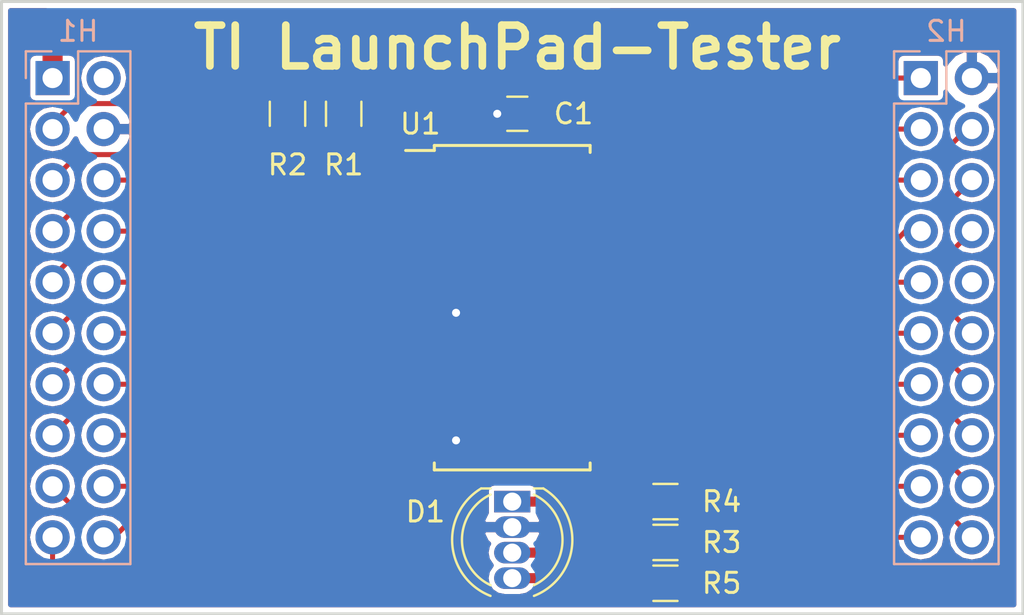
<source format=kicad_pcb>
(kicad_pcb (version 4) (host pcbnew 4.0.7-e2-6376~58~ubuntu16.04.1)

  (general
    (links 53)
    (no_connects 0)
    (area 124.384999 87.554999 175.335001 118.185001)
    (thickness 1.6)
    (drawings 5)
    (tracks 201)
    (zones 0)
    (modules 10)
    (nets 52)
  )

  (page A4)
  (layers
    (0 F.Cu signal)
    (31 B.Cu signal)
    (32 B.Adhes user)
    (33 F.Adhes user)
    (34 B.Paste user)
    (35 F.Paste user)
    (36 B.SilkS user)
    (37 F.SilkS user)
    (38 B.Mask user)
    (39 F.Mask user)
    (40 Dwgs.User user)
    (41 Cmts.User user)
    (42 Eco1.User user)
    (43 Eco2.User user)
    (44 Edge.Cuts user)
    (45 Margin user)
    (46 B.CrtYd user hide)
    (47 F.CrtYd user)
    (48 B.Fab user)
    (49 F.Fab user hide)
  )

  (setup
    (last_trace_width 0.25)
    (user_trace_width 0.5)
    (user_trace_width 0.7)
    (user_trace_width 1)
    (trace_clearance 0.2)
    (zone_clearance 0.254)
    (zone_45_only no)
    (trace_min 0.2)
    (segment_width 0.2)
    (edge_width 0.15)
    (via_size 0.6)
    (via_drill 0.4)
    (via_min_size 0.4)
    (via_min_drill 0.3)
    (uvia_size 0.3)
    (uvia_drill 0.1)
    (uvias_allowed no)
    (uvia_min_size 0)
    (uvia_min_drill 0)
    (pcb_text_width 0.3)
    (pcb_text_size 1.5 1.5)
    (mod_edge_width 0.15)
    (mod_text_size 1 1)
    (mod_text_width 0.15)
    (pad_size 1.524 1.524)
    (pad_drill 0.762)
    (pad_to_mask_clearance 0.2)
    (aux_axis_origin 0 0)
    (visible_elements FFFFFF7F)
    (pcbplotparams
      (layerselection 0x010fc_80000001)
      (usegerberextensions false)
      (excludeedgelayer true)
      (linewidth 0.100000)
      (plotframeref false)
      (viasonmask false)
      (mode 1)
      (useauxorigin false)
      (hpglpennumber 1)
      (hpglpenspeed 20)
      (hpglpendiameter 15)
      (hpglpenoverlay 2)
      (psnegative false)
      (psa4output false)
      (plotreference true)
      (plotvalue true)
      (plotinvisibletext false)
      (padsonsilk false)
      (subtractmaskfromsilk false)
      (outputformat 1)
      (mirror false)
      (drillshape 0)
      (scaleselection 1)
      (outputdirectory Gerber/))
  )

  (net 0 "")
  (net 1 +3V3)
  (net 2 GND)
  (net 3 /P6.0)
  (net 4 /P6.1)
  (net 5 /P3.2)
  (net 6 /P4.0)
  (net 7 /P3.3)
  (net 8 /P4.2)
  (net 9 /P4.1)
  (net 10 /P4.4)
  (net 11 /P4.3)
  (net 12 /P4.5)
  (net 13 /P1.5)
  (net 14 /P4.7)
  (net 15 /P4.6)
  (net 16 /P5.4)
  (net 17 /SCL)
  (net 18 /P5.5)
  (net 19 /SDA)
  (net 20 /P2.7)
  (net 21 /P2.5)
  (net 22 /P2.6)
  (net 23 /P3.0)
  (net 24 /P2.4)
  (net 25 /P5.7)
  (net 26 /P5.6)
  (net 27 /P6.6)
  (net 28 /P1.6)
  (net 29 /P6.7)
  (net 30 /P1.7)
  (net 31 /P2.3)
  (net 32 /P5.0)
  (net 33 /P5.1)
  (net 34 /P5.2)
  (net 35 /P3.5)
  (net 36 /P3.6)
  (net 37 /P3.7)
  (net 38 "Net-(U1-Pad17)")
  (net 39 "Net-(U1-Pad18)")
  (net 40 "Net-(U1-Pad19)")
  (net 41 "Net-(U1-Pad22)")
  (net 42 "Net-(U1-Pad26)")
  (net 43 "Net-(U1-Pad35)")
  (net 44 "Net-(D1-Pad1)")
  (net 45 "Net-(D1-Pad3)")
  (net 46 "Net-(D1-Pad4)")
  (net 47 "Net-(R3-Pad2)")
  (net 48 "Net-(R4-Pad2)")
  (net 49 "Net-(R5-Pad2)")
  (net 50 "Net-(H1-Pad2)")
  (net 51 "Net-(H2-Pad10)")

  (net_class Default "Dies ist die voreingestellte Netzklasse."
    (clearance 0.2)
    (trace_width 0.25)
    (via_dia 0.6)
    (via_drill 0.4)
    (uvia_dia 0.3)
    (uvia_drill 0.1)
    (add_net +3V3)
    (add_net /P1.5)
    (add_net /P1.6)
    (add_net /P1.7)
    (add_net /P2.3)
    (add_net /P2.4)
    (add_net /P2.5)
    (add_net /P2.6)
    (add_net /P2.7)
    (add_net /P3.0)
    (add_net /P3.2)
    (add_net /P3.3)
    (add_net /P3.5)
    (add_net /P3.6)
    (add_net /P3.7)
    (add_net /P4.0)
    (add_net /P4.1)
    (add_net /P4.2)
    (add_net /P4.3)
    (add_net /P4.4)
    (add_net /P4.5)
    (add_net /P4.6)
    (add_net /P4.7)
    (add_net /P5.0)
    (add_net /P5.1)
    (add_net /P5.2)
    (add_net /P5.4)
    (add_net /P5.5)
    (add_net /P5.6)
    (add_net /P5.7)
    (add_net /P6.0)
    (add_net /P6.1)
    (add_net /P6.6)
    (add_net /P6.7)
    (add_net /SCL)
    (add_net /SDA)
    (add_net GND)
    (add_net "Net-(D1-Pad1)")
    (add_net "Net-(D1-Pad3)")
    (add_net "Net-(D1-Pad4)")
    (add_net "Net-(H1-Pad2)")
    (add_net "Net-(H2-Pad10)")
    (add_net "Net-(R3-Pad2)")
    (add_net "Net-(R4-Pad2)")
    (add_net "Net-(R5-Pad2)")
    (add_net "Net-(U1-Pad17)")
    (add_net "Net-(U1-Pad18)")
    (add_net "Net-(U1-Pad19)")
    (add_net "Net-(U1-Pad22)")
    (add_net "Net-(U1-Pad26)")
    (add_net "Net-(U1-Pad35)")
  )

  (module Housings_SSOP:SSOP-48_7.5x15.9mm_Pitch0.635mm (layer F.Cu) (tedit 599EE1D4) (tstamp 59A461AF)
    (at 149.86 102.87)
    (descr "SSOP48: plastic shrink small outline package; 48 leads; body width 7.5 mm; (see NXP SSOP-TSSOP-VSO-REFLOW.pdf and sot370-1_po.pdf)")
    (tags "SSOP 0.635")
    (path /599DAAAC)
    (attr smd)
    (fp_text reference U1 (at -4.572 -9.144) (layer F.SilkS)
      (effects (font (size 1 1) (thickness 0.15)))
    )
    (fp_text value CY8C9540A (at 0 9) (layer F.Fab) hide
      (effects (font (size 1 1) (thickness 0.15)))
    )
    (fp_line (start -2.75 -7.95) (end 3.75 -7.95) (layer F.Fab) (width 0.15))
    (fp_line (start 3.75 -7.95) (end 3.75 7.95) (layer F.Fab) (width 0.15))
    (fp_line (start 3.75 7.95) (end -3.75 7.95) (layer F.Fab) (width 0.15))
    (fp_line (start -3.75 7.95) (end -3.75 -6.95) (layer F.Fab) (width 0.15))
    (fp_line (start -3.75 -6.95) (end -2.75 -7.95) (layer F.Fab) (width 0.15))
    (fp_line (start -5.55 -8.25) (end -5.55 8.25) (layer F.CrtYd) (width 0.05))
    (fp_line (start 5.55 -8.25) (end 5.55 8.25) (layer F.CrtYd) (width 0.05))
    (fp_line (start -5.55 -8.25) (end 5.55 -8.25) (layer F.CrtYd) (width 0.05))
    (fp_line (start -5.55 8.25) (end 5.55 8.25) (layer F.CrtYd) (width 0.05))
    (fp_line (start -3.875 -8.075) (end -3.875 -7.825) (layer F.SilkS) (width 0.15))
    (fp_line (start 3.875 -8.075) (end 3.875 -7.7275) (layer F.SilkS) (width 0.15))
    (fp_line (start 3.875 8.075) (end 3.875 7.7275) (layer F.SilkS) (width 0.15))
    (fp_line (start -3.875 8.075) (end -3.875 7.7275) (layer F.SilkS) (width 0.15))
    (fp_line (start -3.875 -8.075) (end 3.875 -8.075) (layer F.SilkS) (width 0.15))
    (fp_line (start -3.875 8.075) (end 3.875 8.075) (layer F.SilkS) (width 0.15))
    (fp_line (start -3.875 -7.825) (end -5.3 -7.825) (layer F.SilkS) (width 0.15))
    (pad 1 smd rect (at -4.7 -7.3025) (size 1.2 0.4) (layers F.Cu F.Paste F.Mask)
      (net 3 /P6.0))
    (pad 2 smd rect (at -4.7 -6.6675) (size 1.2 0.4) (layers F.Cu F.Paste F.Mask)
      (net 5 /P3.2))
    (pad 3 smd rect (at -4.7 -6.0325) (size 1.2 0.4) (layers F.Cu F.Paste F.Mask)
      (net 4 /P6.1))
    (pad 4 smd rect (at -4.7 -5.3975) (size 1.2 0.4) (layers F.Cu F.Paste F.Mask)
      (net 7 /P3.3))
    (pad 5 smd rect (at -4.7 -4.7625) (size 1.2 0.4) (layers F.Cu F.Paste F.Mask)
      (net 6 /P4.0))
    (pad 6 smd rect (at -4.7 -4.1275) (size 1.2 0.4) (layers F.Cu F.Paste F.Mask)
      (net 9 /P4.1))
    (pad 7 smd rect (at -4.7 -3.4925) (size 1.2 0.4) (layers F.Cu F.Paste F.Mask)
      (net 8 /P4.2))
    (pad 8 smd rect (at -4.7 -2.8575) (size 1.2 0.4) (layers F.Cu F.Paste F.Mask)
      (net 11 /P4.3))
    (pad 9 smd rect (at -4.7 -2.2225) (size 1.2 0.4) (layers F.Cu F.Paste F.Mask)
      (net 10 /P4.4))
    (pad 10 smd rect (at -4.7 -1.5875) (size 1.2 0.4) (layers F.Cu F.Paste F.Mask)
      (net 13 /P1.5))
    (pad 11 smd rect (at -4.7 -0.9525) (size 1.2 0.4) (layers F.Cu F.Paste F.Mask)
      (net 12 /P4.5))
    (pad 12 smd rect (at -4.7 -0.3175) (size 1.2 0.4) (layers F.Cu F.Paste F.Mask)
      (net 15 /P4.6))
    (pad 13 smd rect (at -4.7 0.3175) (size 1.2 0.4) (layers F.Cu F.Paste F.Mask)
      (net 2 GND))
    (pad 14 smd rect (at -4.7 0.9525) (size 1.2 0.4) (layers F.Cu F.Paste F.Mask)
      (net 14 /P4.7))
    (pad 15 smd rect (at -4.7 1.5875) (size 1.2 0.4) (layers F.Cu F.Paste F.Mask)
      (net 16 /P5.4))
    (pad 16 smd rect (at -4.7 2.2225) (size 1.2 0.4) (layers F.Cu F.Paste F.Mask)
      (net 18 /P5.5))
    (pad 17 smd rect (at -4.7 2.8575) (size 1.2 0.4) (layers F.Cu F.Paste F.Mask)
      (net 38 "Net-(U1-Pad17)"))
    (pad 18 smd rect (at -4.7 3.4925) (size 1.2 0.4) (layers F.Cu F.Paste F.Mask)
      (net 39 "Net-(U1-Pad18)"))
    (pad 19 smd rect (at -4.7 4.1275) (size 1.2 0.4) (layers F.Cu F.Paste F.Mask)
      (net 40 "Net-(U1-Pad19)"))
    (pad 20 smd rect (at -4.7 4.7625) (size 1.2 0.4) (layers F.Cu F.Paste F.Mask)
      (net 17 /SCL))
    (pad 21 smd rect (at -4.7 5.3975) (size 1.2 0.4) (layers F.Cu F.Paste F.Mask)
      (net 19 /SDA))
    (pad 22 smd rect (at -4.7 6.0325) (size 1.2 0.4) (layers F.Cu F.Paste F.Mask)
      (net 41 "Net-(U1-Pad22)"))
    (pad 23 smd rect (at -4.7 6.6675) (size 1.2 0.4) (layers F.Cu F.Paste F.Mask)
      (net 2 GND))
    (pad 24 smd rect (at -4.7 7.3025) (size 1.2 0.4) (layers F.Cu F.Paste F.Mask)
      (net 2 GND))
    (pad 25 smd rect (at 4.7 7.3025) (size 1.2 0.4) (layers F.Cu F.Paste F.Mask)
      (net 49 "Net-(R5-Pad2)"))
    (pad 26 smd rect (at 4.7 6.6675) (size 1.2 0.4) (layers F.Cu F.Paste F.Mask)
      (net 42 "Net-(U1-Pad26)"))
    (pad 27 smd rect (at 4.7 6.0325) (size 1.2 0.4) (layers F.Cu F.Paste F.Mask)
      (net 48 "Net-(R4-Pad2)"))
    (pad 28 smd rect (at 4.7 5.3975) (size 1.2 0.4) (layers F.Cu F.Paste F.Mask)
      (net 47 "Net-(R3-Pad2)"))
    (pad 29 smd rect (at 4.7 4.7625) (size 1.2 0.4) (layers F.Cu F.Paste F.Mask)
      (net 37 /P3.7))
    (pad 30 smd rect (at 4.7 4.1275) (size 1.2 0.4) (layers F.Cu F.Paste F.Mask)
      (net 36 /P3.6))
    (pad 31 smd rect (at 4.7 3.4925) (size 1.2 0.4) (layers F.Cu F.Paste F.Mask)
      (net 35 /P3.5))
    (pad 32 smd rect (at 4.7 2.8575) (size 1.2 0.4) (layers F.Cu F.Paste F.Mask)
      (net 34 /P5.2))
    (pad 33 smd rect (at 4.7 2.2225) (size 1.2 0.4) (layers F.Cu F.Paste F.Mask)
      (net 33 /P5.1))
    (pad 34 smd rect (at 4.7 1.5875) (size 1.2 0.4) (layers F.Cu F.Paste F.Mask)
      (net 32 /P5.0))
    (pad 35 smd rect (at 4.7 0.9525) (size 1.2 0.4) (layers F.Cu F.Paste F.Mask)
      (net 43 "Net-(U1-Pad35)"))
    (pad 36 smd rect (at 4.7 0.3175) (size 1.2 0.4) (layers F.Cu F.Paste F.Mask)
      (net 31 /P2.3))
    (pad 37 smd rect (at 4.7 -0.3175) (size 1.2 0.4) (layers F.Cu F.Paste F.Mask)
      (net 30 /P1.7))
    (pad 38 smd rect (at 4.7 -0.9525) (size 1.2 0.4) (layers F.Cu F.Paste F.Mask)
      (net 29 /P6.7))
    (pad 39 smd rect (at 4.7 -1.5875) (size 1.2 0.4) (layers F.Cu F.Paste F.Mask)
      (net 28 /P1.6))
    (pad 40 smd rect (at 4.7 -2.2225) (size 1.2 0.4) (layers F.Cu F.Paste F.Mask)
      (net 27 /P6.6))
    (pad 41 smd rect (at 4.7 -2.8575) (size 1.2 0.4) (layers F.Cu F.Paste F.Mask)
      (net 25 /P5.7))
    (pad 42 smd rect (at 4.7 -3.4925) (size 1.2 0.4) (layers F.Cu F.Paste F.Mask)
      (net 26 /P5.6))
    (pad 43 smd rect (at 4.7 -4.1275) (size 1.2 0.4) (layers F.Cu F.Paste F.Mask)
      (net 23 /P3.0))
    (pad 44 smd rect (at 4.7 -4.7625) (size 1.2 0.4) (layers F.Cu F.Paste F.Mask)
      (net 24 /P2.4))
    (pad 45 smd rect (at 4.7 -5.3975) (size 1.2 0.4) (layers F.Cu F.Paste F.Mask)
      (net 21 /P2.5))
    (pad 46 smd rect (at 4.7 -6.0325) (size 1.2 0.4) (layers F.Cu F.Paste F.Mask)
      (net 22 /P2.6))
    (pad 47 smd rect (at 4.7 -6.6675) (size 1.2 0.4) (layers F.Cu F.Paste F.Mask)
      (net 20 /P2.7))
    (pad 48 smd rect (at 4.7 -7.3025) (size 1.2 0.4) (layers F.Cu F.Paste F.Mask)
      (net 1 +3V3))
    (model Housings_SSOP.3dshapes/SSOP-48_7.5x15.9mm_Pitch0.635mm.wrl
      (at (xyz 0 0 0))
      (scale (xyz 1 1 1))
      (rotate (xyz 0 0 0))
    )
  )

  (module Capacitors_SMD:C_0805 (layer F.Cu) (tedit 599EE6F4) (tstamp 59A4655A)
    (at 150.114 93.218 180)
    (descr "Capacitor SMD 0805, reflow soldering, AVX (see smccp.pdf)")
    (tags "capacitor 0805")
    (path /599DE761)
    (attr smd)
    (fp_text reference C1 (at -2.794 0 360) (layer F.SilkS)
      (effects (font (size 1 1) (thickness 0.15)))
    )
    (fp_text value 100nF (at 0 1.75 180) (layer F.Fab) hide
      (effects (font (size 1 1) (thickness 0.15)))
    )
    (fp_text user %R (at -8.636 -0.762 180) (layer F.Fab) hide
      (effects (font (size 1 1) (thickness 0.15)))
    )
    (fp_line (start -1 0.62) (end -1 -0.62) (layer F.Fab) (width 0.1))
    (fp_line (start 1 0.62) (end -1 0.62) (layer F.Fab) (width 0.1))
    (fp_line (start 1 -0.62) (end 1 0.62) (layer F.Fab) (width 0.1))
    (fp_line (start -1 -0.62) (end 1 -0.62) (layer F.Fab) (width 0.1))
    (fp_line (start 0.5 -0.85) (end -0.5 -0.85) (layer F.SilkS) (width 0.12))
    (fp_line (start -0.5 0.85) (end 0.5 0.85) (layer F.SilkS) (width 0.12))
    (fp_line (start -1.75 -0.88) (end 1.75 -0.88) (layer F.CrtYd) (width 0.05))
    (fp_line (start -1.75 -0.88) (end -1.75 0.87) (layer F.CrtYd) (width 0.05))
    (fp_line (start 1.75 0.87) (end 1.75 -0.88) (layer F.CrtYd) (width 0.05))
    (fp_line (start 1.75 0.87) (end -1.75 0.87) (layer F.CrtYd) (width 0.05))
    (pad 1 smd rect (at -1 0 180) (size 1 1.25) (layers F.Cu F.Paste F.Mask)
      (net 1 +3V3))
    (pad 2 smd rect (at 1 0 180) (size 1 1.25) (layers F.Cu F.Paste F.Mask)
      (net 2 GND))
    (model Capacitors_SMD.3dshapes/C_0805.wrl
      (at (xyz 0 0 0))
      (scale (xyz 1 1 1))
      (rotate (xyz 0 0 0))
    )
  )

  (module LEDs:LED_D5.0mm-4 (layer F.Cu) (tedit 599E6C6F) (tstamp 59A46562)
    (at 149.86 112.522 270)
    (descr "LED, diameter 5.0mm, 2 pins, diameter 5.0mm, 3 pins, diameter 5.0mm, 4 pins, http://www.kingbright.com/attachments/file/psearch/000/00/00/L-154A4SUREQBFZGEW(Ver.9A).pdf")
    (tags "LED diameter 5.0mm 2 pins diameter 5.0mm 3 pins diameter 5.0mm 4 pins")
    (path /599DEF90)
    (fp_text reference D1 (at 0.508 4.318 360) (layer F.SilkS)
      (effects (font (size 1 1) (thickness 0.15)))
    )
    (fp_text value LED_RGB_5mm (at 1.905 3.96 270) (layer F.Fab) hide
      (effects (font (size 1 1) (thickness 0.15)))
    )
    (fp_arc (start 1.905 0) (end -0.595 -1.469694) (angle 299.1) (layer F.Fab) (width 0.1))
    (fp_arc (start 1.905 0) (end -0.655 -1.54483) (angle 127.7) (layer F.SilkS) (width 0.12))
    (fp_arc (start 1.905 0) (end -0.655 1.54483) (angle -127.7) (layer F.SilkS) (width 0.12))
    (fp_arc (start 1.905 0) (end -0.349684 -1.08) (angle 128.8) (layer F.SilkS) (width 0.12))
    (fp_arc (start 1.905 0) (end -0.349684 1.08) (angle -128.8) (layer F.SilkS) (width 0.12))
    (fp_circle (center 1.905 0) (end 4.405 0) (layer F.Fab) (width 0.1))
    (fp_line (start -0.595 -1.469694) (end -0.595 1.469694) (layer F.Fab) (width 0.1))
    (fp_line (start -0.655 -1.545) (end -0.655 -1.08) (layer F.SilkS) (width 0.12))
    (fp_line (start -0.655 1.08) (end -0.655 1.545) (layer F.SilkS) (width 0.12))
    (fp_line (start -1.35 -3.25) (end -1.35 3.25) (layer F.CrtYd) (width 0.05))
    (fp_line (start -1.35 3.25) (end 5.15 3.25) (layer F.CrtYd) (width 0.05))
    (fp_line (start 5.15 3.25) (end 5.15 -3.25) (layer F.CrtYd) (width 0.05))
    (fp_line (start 5.15 -3.25) (end -1.35 -3.25) (layer F.CrtYd) (width 0.05))
    (pad 1 thru_hole rect (at 0 0 270) (size 1.07 1.8) (drill 0.9) (layers *.Cu *.Mask)
      (net 44 "Net-(D1-Pad1)"))
    (pad 2 thru_hole oval (at 1.27 0 270) (size 1.07 1.8) (drill 0.9) (layers *.Cu *.Mask)
      (net 2 GND))
    (pad 3 thru_hole oval (at 2.54 0 270) (size 1.07 1.8) (drill 0.9) (layers *.Cu *.Mask)
      (net 45 "Net-(D1-Pad3)"))
    (pad 4 thru_hole oval (at 3.81 0 270) (size 1.07 1.8) (drill 0.9) (layers *.Cu *.Mask)
      (net 46 "Net-(D1-Pad4)"))
    (model LEDs.3dshapes/LED_D5.0mm-4.wrl
      (at (xyz 0 0 0))
      (scale (xyz 0.393701 0.393701 0.393701))
      (rotate (xyz 0 0 0))
    )
  )

  (module Resistors_SMD:R_0805 (layer F.Cu) (tedit 599EE6FC) (tstamp 59A46568)
    (at 141.478 93.218 270)
    (descr "Resistor SMD 0805, reflow soldering, Vishay (see dcrcw.pdf)")
    (tags "resistor 0805")
    (path /599DEA4E)
    (attr smd)
    (fp_text reference R1 (at 2.54 0 360) (layer F.SilkS)
      (effects (font (size 1 1) (thickness 0.15)))
    )
    (fp_text value 4K7 (at 0 1.75 270) (layer F.Fab) hide
      (effects (font (size 1 1) (thickness 0.15)))
    )
    (fp_text user %R (at 0 -1.65 270) (layer F.Fab) hide
      (effects (font (size 1 1) (thickness 0.15)))
    )
    (fp_line (start -1 0.62) (end -1 -0.62) (layer F.Fab) (width 0.1))
    (fp_line (start 1 0.62) (end -1 0.62) (layer F.Fab) (width 0.1))
    (fp_line (start 1 -0.62) (end 1 0.62) (layer F.Fab) (width 0.1))
    (fp_line (start -1 -0.62) (end 1 -0.62) (layer F.Fab) (width 0.1))
    (fp_line (start 0.6 0.88) (end -0.6 0.88) (layer F.SilkS) (width 0.12))
    (fp_line (start -0.6 -0.88) (end 0.6 -0.88) (layer F.SilkS) (width 0.12))
    (fp_line (start -1.55 -0.9) (end 1.55 -0.9) (layer F.CrtYd) (width 0.05))
    (fp_line (start -1.55 -0.9) (end -1.55 0.9) (layer F.CrtYd) (width 0.05))
    (fp_line (start 1.55 0.9) (end 1.55 -0.9) (layer F.CrtYd) (width 0.05))
    (fp_line (start 1.55 0.9) (end -1.55 0.9) (layer F.CrtYd) (width 0.05))
    (pad 1 smd rect (at -0.95 0 270) (size 0.7 1.3) (layers F.Cu F.Paste F.Mask)
      (net 1 +3V3))
    (pad 2 smd rect (at 0.95 0 270) (size 0.7 1.3) (layers F.Cu F.Paste F.Mask)
      (net 17 /SCL))
    (model Resistors_SMD.3dshapes/R_0805.wrl
      (at (xyz 0 0 0))
      (scale (xyz 1 1 1))
      (rotate (xyz 0 0 0))
    )
  )

  (module Resistors_SMD:R_0805 (layer F.Cu) (tedit 599EE6F9) (tstamp 59A4656E)
    (at 138.684 93.218 270)
    (descr "Resistor SMD 0805, reflow soldering, Vishay (see dcrcw.pdf)")
    (tags "resistor 0805")
    (path /599DE989)
    (attr smd)
    (fp_text reference R2 (at 2.54 0 360) (layer F.SilkS)
      (effects (font (size 1 1) (thickness 0.15)))
    )
    (fp_text value 4K7 (at 0 1.75 270) (layer F.Fab) hide
      (effects (font (size 1 1) (thickness 0.15)))
    )
    (fp_text user %R (at 0 -1.65 270) (layer F.Fab) hide
      (effects (font (size 1 1) (thickness 0.15)))
    )
    (fp_line (start -1 0.62) (end -1 -0.62) (layer F.Fab) (width 0.1))
    (fp_line (start 1 0.62) (end -1 0.62) (layer F.Fab) (width 0.1))
    (fp_line (start 1 -0.62) (end 1 0.62) (layer F.Fab) (width 0.1))
    (fp_line (start -1 -0.62) (end 1 -0.62) (layer F.Fab) (width 0.1))
    (fp_line (start 0.6 0.88) (end -0.6 0.88) (layer F.SilkS) (width 0.12))
    (fp_line (start -0.6 -0.88) (end 0.6 -0.88) (layer F.SilkS) (width 0.12))
    (fp_line (start -1.55 -0.9) (end 1.55 -0.9) (layer F.CrtYd) (width 0.05))
    (fp_line (start -1.55 -0.9) (end -1.55 0.9) (layer F.CrtYd) (width 0.05))
    (fp_line (start 1.55 0.9) (end 1.55 -0.9) (layer F.CrtYd) (width 0.05))
    (fp_line (start 1.55 0.9) (end -1.55 0.9) (layer F.CrtYd) (width 0.05))
    (pad 1 smd rect (at -0.95 0 270) (size 0.7 1.3) (layers F.Cu F.Paste F.Mask)
      (net 1 +3V3))
    (pad 2 smd rect (at 0.95 0 270) (size 0.7 1.3) (layers F.Cu F.Paste F.Mask)
      (net 19 /SDA))
    (model Resistors_SMD.3dshapes/R_0805.wrl
      (at (xyz 0 0 0))
      (scale (xyz 1 1 1))
      (rotate (xyz 0 0 0))
    )
  )

  (module Resistors_SMD:R_0805 (layer F.Cu) (tedit 599EE648) (tstamp 599E6B54)
    (at 157.48 114.554)
    (descr "Resistor SMD 0805, reflow soldering, Vishay (see dcrcw.pdf)")
    (tags "resistor 0805")
    (path /599E6B54)
    (attr smd)
    (fp_text reference R3 (at 2.794 0) (layer F.SilkS)
      (effects (font (size 1 1) (thickness 0.15)))
    )
    (fp_text value 470 (at 0 1.75) (layer F.Fab) hide
      (effects (font (size 1 1) (thickness 0.15)))
    )
    (fp_text user %R (at 0 -1.65) (layer F.Fab) hide
      (effects (font (size 1 1) (thickness 0.15)))
    )
    (fp_line (start -1 0.62) (end -1 -0.62) (layer F.Fab) (width 0.1))
    (fp_line (start 1 0.62) (end -1 0.62) (layer F.Fab) (width 0.1))
    (fp_line (start 1 -0.62) (end 1 0.62) (layer F.Fab) (width 0.1))
    (fp_line (start -1 -0.62) (end 1 -0.62) (layer F.Fab) (width 0.1))
    (fp_line (start 0.6 0.88) (end -0.6 0.88) (layer F.SilkS) (width 0.12))
    (fp_line (start -0.6 -0.88) (end 0.6 -0.88) (layer F.SilkS) (width 0.12))
    (fp_line (start -1.55 -0.9) (end 1.55 -0.9) (layer F.CrtYd) (width 0.05))
    (fp_line (start -1.55 -0.9) (end -1.55 0.9) (layer F.CrtYd) (width 0.05))
    (fp_line (start 1.55 0.9) (end 1.55 -0.9) (layer F.CrtYd) (width 0.05))
    (fp_line (start 1.55 0.9) (end -1.55 0.9) (layer F.CrtYd) (width 0.05))
    (pad 1 smd rect (at -0.95 0) (size 0.7 1.3) (layers F.Cu F.Paste F.Mask)
      (net 45 "Net-(D1-Pad3)"))
    (pad 2 smd rect (at 0.95 0) (size 0.7 1.3) (layers F.Cu F.Paste F.Mask)
      (net 47 "Net-(R3-Pad2)"))
    (model Resistors_SMD.3dshapes/R_0805.wrl
      (at (xyz 0 0 0))
      (scale (xyz 1 1 1))
      (rotate (xyz 0 0 0))
    )
  )

  (module Resistors_SMD:R_0805 (layer F.Cu) (tedit 599EE68D) (tstamp 599E6B5A)
    (at 157.48 112.522)
    (descr "Resistor SMD 0805, reflow soldering, Vishay (see dcrcw.pdf)")
    (tags "resistor 0805")
    (path /599E6BDD)
    (attr smd)
    (fp_text reference R4 (at 2.794 0) (layer F.SilkS)
      (effects (font (size 1 1) (thickness 0.15)))
    )
    (fp_text value 470 (at 0 1.75) (layer F.Fab) hide
      (effects (font (size 1 1) (thickness 0.15)))
    )
    (fp_text user %R (at 0 -1.65) (layer F.Fab) hide
      (effects (font (size 1 1) (thickness 0.15)))
    )
    (fp_line (start -1 0.62) (end -1 -0.62) (layer F.Fab) (width 0.1))
    (fp_line (start 1 0.62) (end -1 0.62) (layer F.Fab) (width 0.1))
    (fp_line (start 1 -0.62) (end 1 0.62) (layer F.Fab) (width 0.1))
    (fp_line (start -1 -0.62) (end 1 -0.62) (layer F.Fab) (width 0.1))
    (fp_line (start 0.6 0.88) (end -0.6 0.88) (layer F.SilkS) (width 0.12))
    (fp_line (start -0.6 -0.88) (end 0.6 -0.88) (layer F.SilkS) (width 0.12))
    (fp_line (start -1.55 -0.9) (end 1.55 -0.9) (layer F.CrtYd) (width 0.05))
    (fp_line (start -1.55 -0.9) (end -1.55 0.9) (layer F.CrtYd) (width 0.05))
    (fp_line (start 1.55 0.9) (end 1.55 -0.9) (layer F.CrtYd) (width 0.05))
    (fp_line (start 1.55 0.9) (end -1.55 0.9) (layer F.CrtYd) (width 0.05))
    (pad 1 smd rect (at -0.95 0) (size 0.7 1.3) (layers F.Cu F.Paste F.Mask)
      (net 44 "Net-(D1-Pad1)"))
    (pad 2 smd rect (at 0.95 0) (size 0.7 1.3) (layers F.Cu F.Paste F.Mask)
      (net 48 "Net-(R4-Pad2)"))
    (model Resistors_SMD.3dshapes/R_0805.wrl
      (at (xyz 0 0 0))
      (scale (xyz 1 1 1))
      (rotate (xyz 0 0 0))
    )
  )

  (module Resistors_SMD:R_0805 (layer F.Cu) (tedit 599EE643) (tstamp 599E6B60)
    (at 157.48 116.586)
    (descr "Resistor SMD 0805, reflow soldering, Vishay (see dcrcw.pdf)")
    (tags "resistor 0805")
    (path /599E6C3E)
    (attr smd)
    (fp_text reference R5 (at 2.794 0) (layer F.SilkS)
      (effects (font (size 1 1) (thickness 0.15)))
    )
    (fp_text value 470 (at 0 1.75) (layer F.Fab) hide
      (effects (font (size 1 1) (thickness 0.15)))
    )
    (fp_text user %R (at 0 -1.65) (layer F.Fab) hide
      (effects (font (size 1 1) (thickness 0.15)))
    )
    (fp_line (start -1 0.62) (end -1 -0.62) (layer F.Fab) (width 0.1))
    (fp_line (start 1 0.62) (end -1 0.62) (layer F.Fab) (width 0.1))
    (fp_line (start 1 -0.62) (end 1 0.62) (layer F.Fab) (width 0.1))
    (fp_line (start -1 -0.62) (end 1 -0.62) (layer F.Fab) (width 0.1))
    (fp_line (start 0.6 0.88) (end -0.6 0.88) (layer F.SilkS) (width 0.12))
    (fp_line (start -0.6 -0.88) (end 0.6 -0.88) (layer F.SilkS) (width 0.12))
    (fp_line (start -1.55 -0.9) (end 1.55 -0.9) (layer F.CrtYd) (width 0.05))
    (fp_line (start -1.55 -0.9) (end -1.55 0.9) (layer F.CrtYd) (width 0.05))
    (fp_line (start 1.55 0.9) (end 1.55 -0.9) (layer F.CrtYd) (width 0.05))
    (fp_line (start 1.55 0.9) (end -1.55 0.9) (layer F.CrtYd) (width 0.05))
    (pad 1 smd rect (at -0.95 0) (size 0.7 1.3) (layers F.Cu F.Paste F.Mask)
      (net 46 "Net-(D1-Pad4)"))
    (pad 2 smd rect (at 0.95 0) (size 0.7 1.3) (layers F.Cu F.Paste F.Mask)
      (net 49 "Net-(R5-Pad2)"))
    (model Resistors_SMD.3dshapes/R_0805.wrl
      (at (xyz 0 0 0))
      (scale (xyz 1 1 1))
      (rotate (xyz 0 0 0))
    )
  )

  (module Socket_Strips:Socket_Strip_Straight_2x10_Pitch2.54mm (layer B.Cu) (tedit 599EB707) (tstamp 59A6CF80)
    (at 127 91.44 180)
    (descr "Through hole straight socket strip, 2x10, 2.54mm pitch, double rows")
    (tags "Through hole socket strip THT 2x10 2.54mm double row")
    (path /599EB838)
    (fp_text reference H1 (at -1.27 2.33 180) (layer B.SilkS)
      (effects (font (size 1 1) (thickness 0.15)) (justify mirror))
    )
    (fp_text value Header-J1-J3 (at 3.81 -25.908 180) (layer B.Fab) hide
      (effects (font (size 1 1) (thickness 0.15)) (justify mirror))
    )
    (fp_line (start -3.81 1.27) (end -3.81 -24.13) (layer B.Fab) (width 0.1))
    (fp_line (start -3.81 -24.13) (end 1.27 -24.13) (layer B.Fab) (width 0.1))
    (fp_line (start 1.27 -24.13) (end 1.27 1.27) (layer B.Fab) (width 0.1))
    (fp_line (start 1.27 1.27) (end -3.81 1.27) (layer B.Fab) (width 0.1))
    (fp_line (start 1.33 -1.27) (end 1.33 -24.19) (layer B.SilkS) (width 0.12))
    (fp_line (start 1.33 -24.19) (end -3.87 -24.19) (layer B.SilkS) (width 0.12))
    (fp_line (start -3.87 -24.19) (end -3.87 1.33) (layer B.SilkS) (width 0.12))
    (fp_line (start -3.87 1.33) (end -1.27 1.33) (layer B.SilkS) (width 0.12))
    (fp_line (start -1.27 1.33) (end -1.27 -1.27) (layer B.SilkS) (width 0.12))
    (fp_line (start -1.27 -1.27) (end 1.33 -1.27) (layer B.SilkS) (width 0.12))
    (fp_line (start 1.33 0) (end 1.33 1.33) (layer B.SilkS) (width 0.12))
    (fp_line (start 1.33 1.33) (end 0.06 1.33) (layer B.SilkS) (width 0.12))
    (fp_line (start -4.1 1.55) (end -4.1 -24.4) (layer B.CrtYd) (width 0.05))
    (fp_line (start -4.1 -24.4) (end 1.55 -24.4) (layer B.CrtYd) (width 0.05))
    (fp_line (start 1.55 -24.4) (end 1.55 1.55) (layer B.CrtYd) (width 0.05))
    (fp_line (start 1.55 1.55) (end -4.1 1.55) (layer B.CrtYd) (width 0.05))
    (pad 1 thru_hole rect (at 0 0 180) (size 1.7 1.7) (drill 1) (layers *.Cu *.Mask)
      (net 1 +3V3))
    (pad 2 thru_hole oval (at -2.54 0 180) (size 1.7 1.7) (drill 1) (layers *.Cu *.Mask)
      (net 50 "Net-(H1-Pad2)"))
    (pad 3 thru_hole oval (at 0 -2.54 180) (size 1.7 1.7) (drill 1) (layers *.Cu *.Mask)
      (net 3 /P6.0))
    (pad 4 thru_hole oval (at -2.54 -2.54 180) (size 1.7 1.7) (drill 1) (layers *.Cu *.Mask)
      (net 2 GND))
    (pad 5 thru_hole oval (at 0 -5.08 180) (size 1.7 1.7) (drill 1) (layers *.Cu *.Mask)
      (net 5 /P3.2))
    (pad 6 thru_hole oval (at -2.54 -5.08 180) (size 1.7 1.7) (drill 1) (layers *.Cu *.Mask)
      (net 4 /P6.1))
    (pad 7 thru_hole oval (at 0 -7.62 180) (size 1.7 1.7) (drill 1) (layers *.Cu *.Mask)
      (net 7 /P3.3))
    (pad 8 thru_hole oval (at -2.54 -7.62 180) (size 1.7 1.7) (drill 1) (layers *.Cu *.Mask)
      (net 6 /P4.0))
    (pad 9 thru_hole oval (at 0 -10.16 180) (size 1.7 1.7) (drill 1) (layers *.Cu *.Mask)
      (net 9 /P4.1))
    (pad 10 thru_hole oval (at -2.54 -10.16 180) (size 1.7 1.7) (drill 1) (layers *.Cu *.Mask)
      (net 8 /P4.2))
    (pad 11 thru_hole oval (at 0 -12.7 180) (size 1.7 1.7) (drill 1) (layers *.Cu *.Mask)
      (net 11 /P4.3))
    (pad 12 thru_hole oval (at -2.54 -12.7 180) (size 1.7 1.7) (drill 1) (layers *.Cu *.Mask)
      (net 10 /P4.4))
    (pad 13 thru_hole oval (at 0 -15.24 180) (size 1.7 1.7) (drill 1) (layers *.Cu *.Mask)
      (net 13 /P1.5))
    (pad 14 thru_hole oval (at -2.54 -15.24 180) (size 1.7 1.7) (drill 1) (layers *.Cu *.Mask)
      (net 12 /P4.5))
    (pad 15 thru_hole oval (at 0 -17.78 180) (size 1.7 1.7) (drill 1) (layers *.Cu *.Mask)
      (net 15 /P4.6))
    (pad 16 thru_hole oval (at -2.54 -17.78 180) (size 1.7 1.7) (drill 1) (layers *.Cu *.Mask)
      (net 14 /P4.7))
    (pad 17 thru_hole oval (at 0 -20.32 180) (size 1.7 1.7) (drill 1) (layers *.Cu *.Mask)
      (net 17 /SCL))
    (pad 18 thru_hole oval (at -2.54 -20.32 180) (size 1.7 1.7) (drill 1) (layers *.Cu *.Mask)
      (net 16 /P5.4))
    (pad 19 thru_hole oval (at 0 -22.86 180) (size 1.7 1.7) (drill 1) (layers *.Cu *.Mask)
      (net 19 /SDA))
    (pad 20 thru_hole oval (at -2.54 -22.86 180) (size 1.7 1.7) (drill 1) (layers *.Cu *.Mask)
      (net 18 /P5.5))
    (model Socket_Strips.3dshapes/Socket_Strip_Straight_2x10_Pitch2.54mm.wrl
      (at (xyz -0.05 -0.45 0))
      (scale (xyz 1 1 1))
      (rotate (xyz 0 0 270))
    )
  )

  (module Socket_Strips:Socket_Strip_Straight_2x10_Pitch2.54mm (layer B.Cu) (tedit 599EE4B0) (tstamp 59A6CFA7)
    (at 170.18 91.44 180)
    (descr "Through hole straight socket strip, 2x10, 2.54mm pitch, double rows")
    (tags "Through hole socket strip THT 2x10 2.54mm double row")
    (path /599EBFDB)
    (fp_text reference H2 (at -1.27 2.33 180) (layer B.SilkS)
      (effects (font (size 1 1) (thickness 0.15)) (justify mirror))
    )
    (fp_text value Header-J4-J2 (at -1.27 -25.19 180) (layer B.Fab) hide
      (effects (font (size 1 1) (thickness 0.15)) (justify mirror))
    )
    (fp_line (start -3.81 1.27) (end -3.81 -24.13) (layer B.Fab) (width 0.1))
    (fp_line (start -3.81 -24.13) (end 1.27 -24.13) (layer B.Fab) (width 0.1))
    (fp_line (start 1.27 -24.13) (end 1.27 1.27) (layer B.Fab) (width 0.1))
    (fp_line (start 1.27 1.27) (end -3.81 1.27) (layer B.Fab) (width 0.1))
    (fp_line (start 1.33 -1.27) (end 1.33 -24.19) (layer B.SilkS) (width 0.12))
    (fp_line (start 1.33 -24.19) (end -3.87 -24.19) (layer B.SilkS) (width 0.12))
    (fp_line (start -3.87 -24.19) (end -3.87 1.33) (layer B.SilkS) (width 0.12))
    (fp_line (start -3.87 1.33) (end -1.27 1.33) (layer B.SilkS) (width 0.12))
    (fp_line (start -1.27 1.33) (end -1.27 -1.27) (layer B.SilkS) (width 0.12))
    (fp_line (start -1.27 -1.27) (end 1.33 -1.27) (layer B.SilkS) (width 0.12))
    (fp_line (start 1.33 0) (end 1.33 1.33) (layer B.SilkS) (width 0.12))
    (fp_line (start 1.33 1.33) (end 0.06 1.33) (layer B.SilkS) (width 0.12))
    (fp_line (start -4.1 1.55) (end -4.1 -24.4) (layer B.CrtYd) (width 0.05))
    (fp_line (start -4.1 -24.4) (end 1.55 -24.4) (layer B.CrtYd) (width 0.05))
    (fp_line (start 1.55 -24.4) (end 1.55 1.55) (layer B.CrtYd) (width 0.05))
    (fp_line (start 1.55 1.55) (end -4.1 1.55) (layer B.CrtYd) (width 0.05))
    (pad 1 thru_hole rect (at 0 0 180) (size 1.7 1.7) (drill 1) (layers *.Cu *.Mask)
      (net 20 /P2.7))
    (pad 2 thru_hole oval (at -2.54 0 180) (size 1.7 1.7) (drill 1) (layers *.Cu *.Mask)
      (net 2 GND))
    (pad 3 thru_hole oval (at 0 -2.54 180) (size 1.7 1.7) (drill 1) (layers *.Cu *.Mask)
      (net 22 /P2.6))
    (pad 4 thru_hole oval (at -2.54 -2.54 180) (size 1.7 1.7) (drill 1) (layers *.Cu *.Mask)
      (net 21 /P2.5))
    (pad 5 thru_hole oval (at 0 -5.08 180) (size 1.7 1.7) (drill 1) (layers *.Cu *.Mask)
      (net 24 /P2.4))
    (pad 6 thru_hole oval (at -2.54 -5.08 180) (size 1.7 1.7) (drill 1) (layers *.Cu *.Mask)
      (net 23 /P3.0))
    (pad 7 thru_hole oval (at 0 -7.62 180) (size 1.7 1.7) (drill 1) (layers *.Cu *.Mask)
      (net 26 /P5.6))
    (pad 8 thru_hole oval (at -2.54 -7.62 180) (size 1.7 1.7) (drill 1) (layers *.Cu *.Mask)
      (net 25 /P5.7))
    (pad 9 thru_hole oval (at 0 -10.16 180) (size 1.7 1.7) (drill 1) (layers *.Cu *.Mask)
      (net 27 /P6.6))
    (pad 10 thru_hole oval (at -2.54 -10.16 180) (size 1.7 1.7) (drill 1) (layers *.Cu *.Mask)
      (net 51 "Net-(H2-Pad10)"))
    (pad 11 thru_hole oval (at 0 -12.7 180) (size 1.7 1.7) (drill 1) (layers *.Cu *.Mask)
      (net 29 /P6.7))
    (pad 12 thru_hole oval (at -2.54 -12.7 180) (size 1.7 1.7) (drill 1) (layers *.Cu *.Mask)
      (net 28 /P1.6))
    (pad 13 thru_hole oval (at 0 -15.24 180) (size 1.7 1.7) (drill 1) (layers *.Cu *.Mask)
      (net 31 /P2.3))
    (pad 14 thru_hole oval (at -2.54 -15.24 180) (size 1.7 1.7) (drill 1) (layers *.Cu *.Mask)
      (net 30 /P1.7))
    (pad 15 thru_hole oval (at 0 -17.78 180) (size 1.7 1.7) (drill 1) (layers *.Cu *.Mask)
      (net 33 /P5.1))
    (pad 16 thru_hole oval (at -2.54 -17.78 180) (size 1.7 1.7) (drill 1) (layers *.Cu *.Mask)
      (net 32 /P5.0))
    (pad 17 thru_hole oval (at 0 -20.32 180) (size 1.7 1.7) (drill 1) (layers *.Cu *.Mask)
      (net 35 /P3.5))
    (pad 18 thru_hole oval (at -2.54 -20.32 180) (size 1.7 1.7) (drill 1) (layers *.Cu *.Mask)
      (net 34 /P5.2))
    (pad 19 thru_hole oval (at 0 -22.86 180) (size 1.7 1.7) (drill 1) (layers *.Cu *.Mask)
      (net 37 /P3.7))
    (pad 20 thru_hole oval (at -2.54 -22.86 180) (size 1.7 1.7) (drill 1) (layers *.Cu *.Mask)
      (net 36 /P3.6))
    (model Socket_Strips.3dshapes/Socket_Strip_Straight_2x10_Pitch2.54mm.wrl
      (at (xyz -0.05 -0.45 0))
      (scale (xyz 1 1 1))
      (rotate (xyz 0 0 270))
    )
  )

  (gr_text "TI LaunchPad-Tester" (at 150.114 89.916) (layer F.SilkS)
    (effects (font (size 2.032 2.032) (thickness 0.381)))
  )
  (gr_line (start 124.46 118.11) (end 124.46 87.63) (angle 90) (layer Edge.Cuts) (width 0.15))
  (gr_line (start 175.26 118.11) (end 124.46 118.11) (angle 90) (layer Edge.Cuts) (width 0.15))
  (gr_line (start 175.26 87.63) (end 175.26 118.11) (angle 90) (layer Edge.Cuts) (width 0.15))
  (gr_line (start 124.46 87.63) (end 175.26 87.63) (angle 90) (layer Edge.Cuts) (width 0.15))

  (segment (start 154.56 95.5675) (end 154.4955 95.5675) (width 0.25) (layer F.Cu) (net 1))
  (segment (start 154.4955 95.5675) (end 154.178 95.25) (width 0.25) (layer F.Cu) (net 1) (tstamp 599EE5B2))
  (segment (start 154.178 95.25) (end 154.178 93.218) (width 0.25) (layer F.Cu) (net 1) (tstamp 599EE5B4))
  (segment (start 154.686 95.4415) (end 154.686 94.996) (width 0.25) (layer F.Cu) (net 1))
  (segment (start 154.686 94.996) (end 154.686 93.218) (width 1) (layer F.Cu) (net 1))
  (segment (start 154.686 95.4415) (end 154.56 95.5675) (width 0.25) (layer F.Cu) (net 1) (tstamp 599EE59E))
  (segment (start 151.114 93.218) (end 154.178 93.218) (width 0.7) (layer F.Cu) (net 1))
  (segment (start 154.178 93.218) (end 154.686 93.218) (width 0.7) (layer F.Cu) (net 1) (tstamp 599EE5B9))
  (segment (start 141.478 92.268) (end 141.478 88.9) (width 0.7) (layer F.Cu) (net 1))
  (segment (start 141.478 88.9) (end 141.478 89.154) (width 0.7) (layer F.Cu) (net 1) (tstamp 599EE297))
  (segment (start 141.478 89.154) (end 141.478 88.9) (width 0.7) (layer F.Cu) (net 1) (tstamp 599EE299))
  (segment (start 138.684 92.268) (end 138.684 88.9) (width 0.7) (layer F.Cu) (net 1))
  (segment (start 138.684 88.9) (end 138.684 89.154) (width 0.7) (layer F.Cu) (net 1) (tstamp 599EE292))
  (segment (start 138.684 89.154) (end 138.684 88.9) (width 0.7) (layer F.Cu) (net 1) (tstamp 599EE294))
  (segment (start 127 88.9) (end 136.398 88.9) (width 1) (layer F.Cu) (net 1) (tstamp 59A4641A))
  (segment (start 136.398 88.9) (end 138.684 88.9) (width 1) (layer F.Cu) (net 1) (tstamp 599EE290))
  (segment (start 138.684 88.9) (end 141.478 88.9) (width 1) (layer F.Cu) (net 1) (tstamp 599EE295))
  (segment (start 141.478 88.9) (end 154.432 88.9) (width 1) (layer F.Cu) (net 1) (tstamp 599EE29A))
  (segment (start 154.686 89.154) (end 154.686 93.218) (width 1) (layer F.Cu) (net 1) (tstamp 59A4641C))
  (segment (start 154.432 88.9) (end 154.686 89.154) (width 1) (layer F.Cu) (net 1) (tstamp 59A4641B))
  (segment (start 127 88.9) (end 127 91.44) (width 1) (layer F.Cu) (net 1))
  (segment (start 147.0025 109.5375) (end 147.066 109.474) (width 0.25) (layer F.Cu) (net 2) (tstamp 59A46496))
  (via (at 147.066 109.474) (size 0.6) (drill 0.4) (layers F.Cu B.Cu) (net 2))
  (segment (start 147.0025 109.5375) (end 145.16 109.5375) (width 0.25) (layer F.Cu) (net 2))
  (via (at 149.114 93.218) (size 0.6) (drill 0.4) (layers F.Cu B.Cu) (net 2))
  (segment (start 149.114 93.218) (end 149.098 93.218) (width 0.7) (layer B.Cu) (net 2) (tstamp 599EE503))
  (segment (start 145.16 103.1875) (end 147.0025 103.1875) (width 0.25) (layer F.Cu) (net 2))
  (via (at 147.066 103.124) (size 0.6) (drill 0.4) (layers F.Cu B.Cu) (net 2))
  (segment (start 147.0025 103.1875) (end 147.066 103.124) (width 0.25) (layer F.Cu) (net 2) (tstamp 59A46492))
  (segment (start 145.16 110.1725) (end 145.16 109.5375) (width 0.25) (layer F.Cu) (net 2))
  (segment (start 127 93.98) (end 127 93.726) (width 0.25) (layer F.Cu) (net 3))
  (segment (start 127 93.726) (end 128.016 92.71) (width 0.25) (layer F.Cu) (net 3) (tstamp 599EE0E4))
  (segment (start 128.016 92.71) (end 130.81 92.71) (width 0.25) (layer F.Cu) (net 3) (tstamp 599EE0E6))
  (segment (start 130.81 92.71) (end 133.6675 95.5675) (width 0.25) (layer F.Cu) (net 3) (tstamp 599EE0EB))
  (segment (start 133.6675 95.5675) (end 145.16 95.5675) (width 0.25) (layer F.Cu) (net 3) (tstamp 599EE0EE))
  (segment (start 129.54 96.52) (end 131.572 96.52) (width 0.25) (layer F.Cu) (net 4))
  (segment (start 131.8895 96.8375) (end 145.16 96.8375) (width 0.25) (layer F.Cu) (net 4) (tstamp 599EE0BD))
  (segment (start 131.572 96.52) (end 131.8895 96.8375) (width 0.25) (layer F.Cu) (net 4) (tstamp 599EE0BB))
  (segment (start 145.0965 96.774) (end 145.16 96.8375) (width 0.25) (layer F.Cu) (net 4) (tstamp 59A46446))
  (segment (start 127 96.52) (end 128.27 95.25) (width 0.25) (layer F.Cu) (net 5))
  (segment (start 132.2705 96.2025) (end 145.16 96.2025) (width 0.25) (layer F.Cu) (net 5) (tstamp 599EE0C8))
  (segment (start 131.318 95.25) (end 132.2705 96.2025) (width 0.25) (layer F.Cu) (net 5) (tstamp 599EE0C7))
  (segment (start 128.27 95.25) (end 131.318 95.25) (width 0.25) (layer F.Cu) (net 5) (tstamp 599EE0C5))
  (segment (start 137.3505 98.1075) (end 145.16 98.1075) (width 0.25) (layer F.Cu) (net 6) (tstamp 59A46527))
  (segment (start 136.398 99.06) (end 137.3505 98.1075) (width 0.25) (layer F.Cu) (net 6) (tstamp 59A46526))
  (segment (start 129.54 99.06) (end 136.398 99.06) (width 0.25) (layer F.Cu) (net 6))
  (segment (start 127 99.06) (end 128.27 97.79) (width 0.25) (layer F.Cu) (net 7))
  (segment (start 128.27 97.79) (end 136.652 97.79) (width 0.25) (layer F.Cu) (net 7) (tstamp 59A4652A))
  (segment (start 136.652 97.79) (end 136.9695 97.4725) (width 0.25) (layer F.Cu) (net 7) (tstamp 59A4652B))
  (segment (start 136.9695 97.4725) (end 145.16 97.4725) (width 0.25) (layer F.Cu) (net 7) (tstamp 59A4652C))
  (segment (start 138.8745 99.3775) (end 145.16 99.3775) (width 0.25) (layer F.Cu) (net 8) (tstamp 59A46519))
  (segment (start 136.652 101.6) (end 138.8745 99.3775) (width 0.25) (layer F.Cu) (net 8) (tstamp 59A46517))
  (segment (start 129.54 101.6) (end 136.652 101.6) (width 0.25) (layer F.Cu) (net 8))
  (segment (start 127 101.6) (end 127 101.346) (width 0.25) (layer F.Cu) (net 9))
  (segment (start 127 101.346) (end 128.016 100.33) (width 0.25) (layer F.Cu) (net 9) (tstamp 59A4651D))
  (segment (start 128.016 100.33) (end 136.906 100.33) (width 0.25) (layer F.Cu) (net 9) (tstamp 59A4651E))
  (segment (start 136.906 100.33) (end 138.4935 98.7425) (width 0.25) (layer F.Cu) (net 9) (tstamp 59A46520))
  (segment (start 138.4935 98.7425) (end 145.16 98.7425) (width 0.25) (layer F.Cu) (net 9) (tstamp 59A46522))
  (segment (start 140.1445 100.6475) (end 145.16 100.6475) (width 0.25) (layer F.Cu) (net 10) (tstamp 59A4650C))
  (segment (start 136.652 104.14) (end 140.1445 100.6475) (width 0.25) (layer F.Cu) (net 10) (tstamp 59A4650A))
  (segment (start 129.54 104.14) (end 136.652 104.14) (width 0.25) (layer F.Cu) (net 10))
  (segment (start 127 104.14) (end 128.27 102.87) (width 0.25) (layer F.Cu) (net 11))
  (segment (start 128.27 102.87) (end 136.652 102.87) (width 0.25) (layer F.Cu) (net 11) (tstamp 59A46510))
  (segment (start 136.652 102.87) (end 139.5095 100.0125) (width 0.25) (layer F.Cu) (net 11) (tstamp 59A46511))
  (segment (start 139.5095 100.0125) (end 145.16 100.0125) (width 0.25) (layer F.Cu) (net 11) (tstamp 59A46513))
  (segment (start 141.4145 101.9175) (end 145.16 101.9175) (width 0.25) (layer F.Cu) (net 12) (tstamp 59A464FF))
  (segment (start 136.652 106.68) (end 141.4145 101.9175) (width 0.25) (layer F.Cu) (net 12) (tstamp 59A464FD))
  (segment (start 129.54 106.68) (end 136.652 106.68) (width 0.25) (layer F.Cu) (net 12))
  (segment (start 127 106.68) (end 128.27 105.41) (width 0.25) (layer F.Cu) (net 13))
  (segment (start 128.27 105.41) (end 136.652 105.41) (width 0.25) (layer F.Cu) (net 13) (tstamp 59A46503))
  (segment (start 136.652 105.41) (end 140.7795 101.2825) (width 0.25) (layer F.Cu) (net 13) (tstamp 59A46504))
  (segment (start 140.7795 101.2825) (end 145.16 101.2825) (width 0.25) (layer F.Cu) (net 13) (tstamp 59A46506))
  (segment (start 142.5575 103.8225) (end 145.16 103.8225) (width 0.25) (layer F.Cu) (net 14) (tstamp 59A464F2))
  (segment (start 137.16 109.22) (end 142.5575 103.8225) (width 0.25) (layer F.Cu) (net 14) (tstamp 59A464F0))
  (segment (start 129.54 109.22) (end 137.16 109.22) (width 0.25) (layer F.Cu) (net 14))
  (segment (start 127 109.22) (end 128.27 107.95) (width 0.25) (layer F.Cu) (net 15))
  (segment (start 128.27 107.95) (end 136.906 107.95) (width 0.25) (layer F.Cu) (net 15) (tstamp 59A464F6))
  (segment (start 136.906 107.95) (end 142.3035 102.5525) (width 0.25) (layer F.Cu) (net 15) (tstamp 59A464F7))
  (segment (start 142.3035 102.5525) (end 145.16 102.5525) (width 0.25) (layer F.Cu) (net 15) (tstamp 59A464F9))
  (segment (start 129.54 111.76) (end 130.81 111.76) (width 0.25) (layer F.Cu) (net 16))
  (segment (start 142.9385 104.4575) (end 145.16 104.4575) (width 0.25) (layer F.Cu) (net 16) (tstamp 599EC0FF))
  (segment (start 137.16 110.236) (end 142.9385 104.4575) (width 0.25) (layer F.Cu) (net 16) (tstamp 599EC0FD))
  (segment (start 132.334 110.236) (end 137.16 110.236) (width 0.25) (layer F.Cu) (net 16) (tstamp 599EC0FB))
  (segment (start 130.81 111.76) (end 132.334 110.236) (width 0.25) (layer F.Cu) (net 16) (tstamp 599EC0F8))
  (segment (start 141.478 94.168) (end 146.492 94.168) (width 0.25) (layer F.Cu) (net 17))
  (segment (start 147.3835 107.6325) (end 145.16 107.6325) (width 0.25) (layer F.Cu) (net 17) (tstamp 599EE2D5))
  (segment (start 148.082 106.934) (end 147.3835 107.6325) (width 0.25) (layer F.Cu) (net 17) (tstamp 599EE2D3))
  (segment (start 148.082 95.758) (end 148.082 106.934) (width 0.25) (layer F.Cu) (net 17) (tstamp 599EE2D0))
  (segment (start 146.492 94.168) (end 148.082 95.758) (width 0.25) (layer F.Cu) (net 17) (tstamp 599EE2CC))
  (segment (start 127 111.76) (end 128.27 113.03) (width 0.25) (layer F.Cu) (net 17))
  (segment (start 142.8115 107.6325) (end 145.16 107.6325) (width 0.25) (layer F.Cu) (net 17) (tstamp 599EE27B))
  (segment (start 138.176 112.268) (end 142.8115 107.6325) (width 0.25) (layer F.Cu) (net 17) (tstamp 599EE279))
  (segment (start 134.874 112.268) (end 138.176 112.268) (width 0.25) (layer F.Cu) (net 17) (tstamp 599EE277))
  (segment (start 131.064 116.078) (end 134.874 112.268) (width 0.25) (layer F.Cu) (net 17) (tstamp 599EE275))
  (segment (start 129.032 116.078) (end 131.064 116.078) (width 0.25) (layer F.Cu) (net 17) (tstamp 599EE274))
  (segment (start 128.27 115.316) (end 129.032 116.078) (width 0.25) (layer F.Cu) (net 17) (tstamp 599EE271))
  (segment (start 128.27 113.03) (end 128.27 115.316) (width 0.25) (layer F.Cu) (net 17) (tstamp 599EE270))
  (segment (start 129.54 114.3) (end 130.048 114.3) (width 0.25) (layer F.Cu) (net 18))
  (segment (start 130.048 114.3) (end 133.096 111.252) (width 0.25) (layer F.Cu) (net 18) (tstamp 599EC1B4))
  (segment (start 133.096 111.252) (end 137.668 111.252) (width 0.25) (layer F.Cu) (net 18) (tstamp 599EC1B8))
  (segment (start 137.668 111.252) (end 143.8275 105.0925) (width 0.25) (layer F.Cu) (net 18) (tstamp 599EC1BE))
  (segment (start 143.8275 105.0925) (end 145.16 105.0925) (width 0.25) (layer F.Cu) (net 18) (tstamp 599EC1C1))
  (segment (start 138.684 94.168) (end 139.258 94.168) (width 0.25) (layer F.Cu) (net 19))
  (segment (start 139.258 94.168) (end 140.208 93.218) (width 0.25) (layer F.Cu) (net 19) (tstamp 599EE2DA))
  (segment (start 140.208 93.218) (end 146.558 93.218) (width 0.25) (layer F.Cu) (net 19) (tstamp 599EE2DD))
  (segment (start 146.558 93.218) (end 148.844 95.504) (width 0.25) (layer F.Cu) (net 19) (tstamp 599EE2E2))
  (segment (start 148.844 95.504) (end 148.844 107.188) (width 0.25) (layer F.Cu) (net 19) (tstamp 599EE2E5))
  (segment (start 148.844 107.188) (end 147.7645 108.2675) (width 0.25) (layer F.Cu) (net 19) (tstamp 599EE2E8))
  (segment (start 147.7645 108.2675) (end 145.16 108.2675) (width 0.25) (layer F.Cu) (net 19) (tstamp 599EE2EA))
  (segment (start 127 114.3) (end 127 116.078) (width 0.25) (layer F.Cu) (net 19))
  (segment (start 143.4465 108.2675) (end 145.16 108.2675) (width 0.25) (layer F.Cu) (net 19) (tstamp 599EE287))
  (segment (start 138.684 113.03) (end 143.4465 108.2675) (width 0.25) (layer F.Cu) (net 19) (tstamp 599EE285))
  (segment (start 135.382 113.03) (end 138.684 113.03) (width 0.25) (layer F.Cu) (net 19) (tstamp 599EE283))
  (segment (start 131.572 116.84) (end 135.382 113.03) (width 0.25) (layer F.Cu) (net 19) (tstamp 599EE281))
  (segment (start 127.762 116.84) (end 131.572 116.84) (width 0.25) (layer F.Cu) (net 19) (tstamp 599EE280))
  (segment (start 127 116.078) (end 127.762 116.84) (width 0.25) (layer F.Cu) (net 19) (tstamp 599EE27F))
  (segment (start 170.18 91.44) (end 168.656 91.44) (width 0.25) (layer F.Cu) (net 20))
  (segment (start 168.656 91.44) (end 163.8935 96.2025) (width 0.25) (layer F.Cu) (net 20) (tstamp 59A46409))
  (segment (start 163.8935 96.2025) (end 154.56 96.2025) (width 0.25) (layer F.Cu) (net 20) (tstamp 59A4640B))
  (segment (start 164.6555 97.4725) (end 154.56 97.4725) (width 0.25) (layer F.Cu) (net 21) (tstamp 59A463FF))
  (segment (start 166.878 95.25) (end 164.6555 97.4725) (width 0.25) (layer F.Cu) (net 21) (tstamp 59A463FD))
  (segment (start 171.196 95.25) (end 166.878 95.25) (width 0.25) (layer F.Cu) (net 21) (tstamp 59A463FB))
  (segment (start 172.72 93.98) (end 172.466 93.98) (width 0.25) (layer F.Cu) (net 21))
  (segment (start 172.466 93.98) (end 171.196 95.25) (width 0.25) (layer F.Cu) (net 21) (tstamp 59A463FA))
  (segment (start 170.18 93.98) (end 167.132 93.98) (width 0.25) (layer F.Cu) (net 22))
  (segment (start 167.132 93.98) (end 164.2745 96.8375) (width 0.25) (layer F.Cu) (net 22) (tstamp 59A46403))
  (segment (start 164.2745 96.8375) (end 154.56 96.8375) (width 0.25) (layer F.Cu) (net 22) (tstamp 59A46405))
  (segment (start 165.4175 98.7425) (end 154.56 98.7425) (width 0.25) (layer F.Cu) (net 23) (tstamp 59A463F1))
  (segment (start 166.37 97.79) (end 165.4175 98.7425) (width 0.25) (layer F.Cu) (net 23) (tstamp 59A463F0))
  (segment (start 171.45 97.79) (end 166.37 97.79) (width 0.25) (layer F.Cu) (net 23) (tstamp 59A463EF))
  (segment (start 172.72 96.52) (end 171.45 97.79) (width 0.25) (layer F.Cu) (net 23))
  (segment (start 170.18 96.52) (end 166.624 96.52) (width 0.25) (layer F.Cu) (net 24))
  (segment (start 166.624 96.52) (end 165.0365 98.1075) (width 0.25) (layer F.Cu) (net 24) (tstamp 59A463F4))
  (segment (start 165.0365 98.1075) (end 154.56 98.1075) (width 0.25) (layer F.Cu) (net 24) (tstamp 59A463F6))
  (segment (start 164.7825 100.0125) (end 154.56 100.0125) (width 0.25) (layer F.Cu) (net 25) (tstamp 59A463E4))
  (segment (start 165.1 100.33) (end 164.7825 100.0125) (width 0.25) (layer F.Cu) (net 25) (tstamp 59A463E3))
  (segment (start 171.45 100.33) (end 165.1 100.33) (width 0.25) (layer F.Cu) (net 25) (tstamp 59A463E2))
  (segment (start 172.72 99.06) (end 171.45 100.33) (width 0.25) (layer F.Cu) (net 25))
  (segment (start 170.18 99.06) (end 169.418 99.06) (width 0.25) (layer F.Cu) (net 26))
  (segment (start 169.418 99.06) (end 169.1005 99.3775) (width 0.25) (layer F.Cu) (net 26) (tstamp 59A463EB))
  (segment (start 169.1005 99.3775) (end 154.56 99.3775) (width 0.25) (layer F.Cu) (net 26) (tstamp 59A463EC))
  (segment (start 170.18 101.6) (end 165.1 101.6) (width 0.25) (layer F.Cu) (net 27))
  (segment (start 165.1 101.6) (end 164.1475 100.6475) (width 0.25) (layer F.Cu) (net 27) (tstamp 59A463DD))
  (segment (start 164.1475 100.6475) (end 154.56 100.6475) (width 0.25) (layer F.Cu) (net 27) (tstamp 59A463DF))
  (segment (start 163.5125 101.2825) (end 154.56 101.2825) (width 0.25) (layer F.Cu) (net 28) (tstamp 59A463D9))
  (segment (start 165.1 102.87) (end 163.5125 101.2825) (width 0.25) (layer F.Cu) (net 28) (tstamp 59A463D8))
  (segment (start 171.45 102.87) (end 165.1 102.87) (width 0.25) (layer F.Cu) (net 28) (tstamp 59A463D7))
  (segment (start 172.72 104.14) (end 171.45 102.87) (width 0.25) (layer F.Cu) (net 28))
  (segment (start 170.18 104.14) (end 165.1 104.14) (width 0.25) (layer F.Cu) (net 29))
  (segment (start 165.1 104.14) (end 162.8775 101.9175) (width 0.25) (layer F.Cu) (net 29) (tstamp 59A463D1))
  (segment (start 162.8775 101.9175) (end 154.56 101.9175) (width 0.25) (layer F.Cu) (net 29) (tstamp 59A463D3))
  (segment (start 162.2425 102.5525) (end 154.56 102.5525) (width 0.25) (layer F.Cu) (net 30) (tstamp 59A463CD))
  (segment (start 165.1 105.41) (end 162.2425 102.5525) (width 0.25) (layer F.Cu) (net 30) (tstamp 59A463CC))
  (segment (start 171.45 105.41) (end 165.1 105.41) (width 0.25) (layer F.Cu) (net 30) (tstamp 59A463CB))
  (segment (start 172.72 106.68) (end 171.45 105.41) (width 0.25) (layer F.Cu) (net 30))
  (segment (start 170.18 106.68) (end 165.1 106.68) (width 0.25) (layer F.Cu) (net 31))
  (segment (start 165.1 106.68) (end 161.6075 103.1875) (width 0.25) (layer F.Cu) (net 31) (tstamp 59A463C5))
  (segment (start 161.6075 103.1875) (end 154.56 103.1875) (width 0.25) (layer F.Cu) (net 31) (tstamp 59A463C7))
  (segment (start 161.6075 104.4575) (end 154.56 104.4575) (width 0.25) (layer F.Cu) (net 32) (tstamp 59A463C1))
  (segment (start 165.1 107.95) (end 161.6075 104.4575) (width 0.25) (layer F.Cu) (net 32) (tstamp 59A463C0))
  (segment (start 171.45 107.95) (end 165.1 107.95) (width 0.25) (layer F.Cu) (net 32) (tstamp 59A463BF))
  (segment (start 172.72 109.22) (end 171.45 107.95) (width 0.25) (layer F.Cu) (net 32))
  (segment (start 170.18 109.22) (end 165.1 109.22) (width 0.25) (layer F.Cu) (net 33))
  (segment (start 165.1 109.22) (end 160.9725 105.0925) (width 0.25) (layer F.Cu) (net 33) (tstamp 59A463B7))
  (segment (start 160.9725 105.0925) (end 154.56 105.0925) (width 0.25) (layer F.Cu) (net 33) (tstamp 59A463BB))
  (segment (start 160.3375 105.7275) (end 154.56 105.7275) (width 0.25) (layer F.Cu) (net 34) (tstamp 59A463B2))
  (segment (start 165.1 110.49) (end 160.3375 105.7275) (width 0.25) (layer F.Cu) (net 34) (tstamp 59A463B1))
  (segment (start 171.45 110.49) (end 165.1 110.49) (width 0.25) (layer F.Cu) (net 34) (tstamp 59A463B0))
  (segment (start 172.72 111.76) (end 171.45 110.49) (width 0.25) (layer F.Cu) (net 34))
  (segment (start 170.18 111.76) (end 165.1 111.76) (width 0.25) (layer F.Cu) (net 35))
  (segment (start 165.1 111.76) (end 159.7025 106.3625) (width 0.25) (layer F.Cu) (net 35) (tstamp 59A463AA))
  (segment (start 159.7025 106.3625) (end 154.56 106.3625) (width 0.25) (layer F.Cu) (net 35) (tstamp 59A463AC))
  (segment (start 159.0675 106.9975) (end 154.56 106.9975) (width 0.25) (layer F.Cu) (net 36) (tstamp 59A463A6))
  (segment (start 165.1 113.03) (end 159.0675 106.9975) (width 0.25) (layer F.Cu) (net 36) (tstamp 59A463A5))
  (segment (start 171.45 113.03) (end 165.1 113.03) (width 0.25) (layer F.Cu) (net 36) (tstamp 59A463A4))
  (segment (start 172.72 114.3) (end 171.45 113.03) (width 0.25) (layer F.Cu) (net 36))
  (segment (start 170.18 114.3) (end 165.1 114.3) (width 0.25) (layer F.Cu) (net 37))
  (segment (start 165.1 114.3) (end 158.4325 107.6325) (width 0.25) (layer F.Cu) (net 37) (tstamp 59A4639E))
  (segment (start 158.4325 107.6325) (end 154.56 107.6325) (width 0.25) (layer F.Cu) (net 37) (tstamp 59A463A0))
  (segment (start 156.53 112.522) (end 149.86 112.522) (width 0.5) (layer F.Cu) (net 44))
  (segment (start 156.53 114.554) (end 153.416 114.554) (width 0.5) (layer F.Cu) (net 45))
  (segment (start 152.908 115.062) (end 149.86 115.062) (width 0.5) (layer F.Cu) (net 45) (tstamp 599EE799))
  (segment (start 153.416 114.554) (end 152.908 115.062) (width 0.5) (layer F.Cu) (net 45) (tstamp 599EE798))
  (segment (start 156.53 116.586) (end 153.162 116.586) (width 0.5) (layer F.Cu) (net 46))
  (segment (start 152.908 116.332) (end 149.86 116.332) (width 0.5) (layer F.Cu) (net 46) (tstamp 599EE79D))
  (segment (start 153.162 116.586) (end 152.908 116.332) (width 0.5) (layer F.Cu) (net 46) (tstamp 599EE79C))
  (segment (start 154.56 108.2675) (end 157.7975 108.2675) (width 0.25) (layer F.Cu) (net 47))
  (segment (start 161.29 114.554) (end 158.43 114.554) (width 0.25) (layer F.Cu) (net 47) (tstamp 599EE7A5))
  (segment (start 162.052 113.792) (end 161.29 114.554) (width 0.25) (layer F.Cu) (net 47) (tstamp 599EE7A4))
  (segment (start 162.052 112.522) (end 162.052 113.792) (width 0.25) (layer F.Cu) (net 47) (tstamp 599EE7A2))
  (segment (start 157.7975 108.2675) (end 162.052 112.522) (width 0.25) (layer F.Cu) (net 47) (tstamp 599EE7A0))
  (segment (start 154.56 108.9025) (end 157.1625 108.9025) (width 0.25) (layer F.Cu) (net 48))
  (segment (start 159.766 112.522) (end 158.43 112.522) (width 0.25) (layer F.Cu) (net 48) (tstamp 599EE7AC))
  (segment (start 160.02 112.268) (end 159.766 112.522) (width 0.25) (layer F.Cu) (net 48) (tstamp 599EE7AB))
  (segment (start 160.02 111.76) (end 160.02 112.268) (width 0.25) (layer F.Cu) (net 48) (tstamp 599EE7AA))
  (segment (start 157.1625 108.9025) (end 160.02 111.76) (width 0.25) (layer F.Cu) (net 48) (tstamp 599EE7A8))
  (segment (start 154.56 110.1725) (end 156.9085 110.1725) (width 0.25) (layer F.Cu) (net 49))
  (segment (start 157.988 116.586) (end 158.43 116.586) (width 0.25) (layer F.Cu) (net 49) (tstamp 599EE791))
  (segment (start 157.48 116.078) (end 157.988 116.586) (width 0.25) (layer F.Cu) (net 49) (tstamp 599EE790))
  (segment (start 157.48 110.744) (end 157.48 116.078) (width 0.25) (layer F.Cu) (net 49) (tstamp 599EE78F))
  (segment (start 156.9085 110.1725) (end 157.48 110.744) (width 0.25) (layer F.Cu) (net 49) (tstamp 599EE78E))

  (zone (net 2) (net_name GND) (layer B.Cu) (tstamp 59A46491) (hatch edge 0.508)
    (connect_pads (clearance 0.254))
    (min_thickness 0.254)
    (fill yes (arc_segments 16) (thermal_gap 0.508) (thermal_bridge_width 0.508))
    (polygon
      (pts
        (xy 175.26 118.11) (xy 124.46 118.11) (xy 124.46 87.63) (xy 175.26 87.63)
      )
    )
    (filled_polygon
      (pts
        (xy 174.804 117.654) (xy 124.916 117.654) (xy 124.916 114.3) (xy 125.744883 114.3) (xy 125.838587 114.771083)
        (xy 126.105435 115.170448) (xy 126.5048 115.437296) (xy 126.975883 115.531) (xy 127.024117 115.531) (xy 127.4952 115.437296)
        (xy 127.894565 115.170448) (xy 128.161413 114.771083) (xy 128.255117 114.3) (xy 128.284883 114.3) (xy 128.378587 114.771083)
        (xy 128.645435 115.170448) (xy 129.0448 115.437296) (xy 129.515883 115.531) (xy 129.564117 115.531) (xy 130.0352 115.437296)
        (xy 130.434565 115.170448) (xy 130.701413 114.771083) (xy 130.795117 114.3) (xy 130.755212 114.099383) (xy 148.3661 114.099383)
        (xy 148.577883 114.529512) (xy 148.68517 114.619361) (xy 148.62363 114.711462) (xy 148.553904 115.062) (xy 148.62363 115.412538)
        (xy 148.813701 115.697) (xy 148.62363 115.981462) (xy 148.553904 116.332) (xy 148.62363 116.682538) (xy 148.822194 116.97971)
        (xy 149.119366 117.178274) (xy 149.469904 117.248) (xy 150.250096 117.248) (xy 150.600634 117.178274) (xy 150.897806 116.97971)
        (xy 151.09637 116.682538) (xy 151.166096 116.332) (xy 151.09637 115.981462) (xy 150.906299 115.697) (xy 151.09637 115.412538)
        (xy 151.166096 115.062) (xy 151.09637 114.711462) (xy 151.03483 114.619361) (xy 151.142117 114.529512) (xy 151.255122 114.3)
        (xy 168.924883 114.3) (xy 169.018587 114.771083) (xy 169.285435 115.170448) (xy 169.6848 115.437296) (xy 170.155883 115.531)
        (xy 170.204117 115.531) (xy 170.6752 115.437296) (xy 171.074565 115.170448) (xy 171.341413 114.771083) (xy 171.435117 114.3)
        (xy 171.464883 114.3) (xy 171.558587 114.771083) (xy 171.825435 115.170448) (xy 172.2248 115.437296) (xy 172.695883 115.531)
        (xy 172.744117 115.531) (xy 173.2152 115.437296) (xy 173.614565 115.170448) (xy 173.881413 114.771083) (xy 173.975117 114.3)
        (xy 173.881413 113.828917) (xy 173.614565 113.429552) (xy 173.2152 113.162704) (xy 172.744117 113.069) (xy 172.695883 113.069)
        (xy 172.2248 113.162704) (xy 171.825435 113.429552) (xy 171.558587 113.828917) (xy 171.464883 114.3) (xy 171.435117 114.3)
        (xy 171.341413 113.828917) (xy 171.074565 113.429552) (xy 170.6752 113.162704) (xy 170.204117 113.069) (xy 170.155883 113.069)
        (xy 169.6848 113.162704) (xy 169.285435 113.429552) (xy 169.018587 113.828917) (xy 168.924883 114.3) (xy 151.255122 114.3)
        (xy 151.3539 114.099383) (xy 151.228244 113.919) (xy 149.987 113.919) (xy 149.987 113.939) (xy 149.733 113.939)
        (xy 149.733 113.919) (xy 148.491756 113.919) (xy 148.3661 114.099383) (xy 130.755212 114.099383) (xy 130.701413 113.828917)
        (xy 130.471359 113.484617) (xy 148.3661 113.484617) (xy 148.491756 113.665) (xy 149.733 113.665) (xy 149.733 113.645)
        (xy 149.987 113.645) (xy 149.987 113.665) (xy 151.228244 113.665) (xy 151.3539 113.484617) (xy 151.146975 113.064354)
        (xy 151.148464 113.057) (xy 151.148464 111.987) (xy 151.121897 111.84581) (xy 151.066681 111.76) (xy 168.924883 111.76)
        (xy 169.018587 112.231083) (xy 169.285435 112.630448) (xy 169.6848 112.897296) (xy 170.155883 112.991) (xy 170.204117 112.991)
        (xy 170.6752 112.897296) (xy 171.074565 112.630448) (xy 171.341413 112.231083) (xy 171.435117 111.76) (xy 171.464883 111.76)
        (xy 171.558587 112.231083) (xy 171.825435 112.630448) (xy 172.2248 112.897296) (xy 172.695883 112.991) (xy 172.744117 112.991)
        (xy 173.2152 112.897296) (xy 173.614565 112.630448) (xy 173.881413 112.231083) (xy 173.975117 111.76) (xy 173.881413 111.288917)
        (xy 173.614565 110.889552) (xy 173.2152 110.622704) (xy 172.744117 110.529) (xy 172.695883 110.529) (xy 172.2248 110.622704)
        (xy 171.825435 110.889552) (xy 171.558587 111.288917) (xy 171.464883 111.76) (xy 171.435117 111.76) (xy 171.341413 111.288917)
        (xy 171.074565 110.889552) (xy 170.6752 110.622704) (xy 170.204117 110.529) (xy 170.155883 110.529) (xy 169.6848 110.622704)
        (xy 169.285435 110.889552) (xy 169.018587 111.288917) (xy 168.924883 111.76) (xy 151.066681 111.76) (xy 151.038454 111.716135)
        (xy 150.911134 111.629141) (xy 150.76 111.598536) (xy 148.96 111.598536) (xy 148.81881 111.625103) (xy 148.689135 111.708546)
        (xy 148.602141 111.835866) (xy 148.571536 111.987) (xy 148.571536 113.057) (xy 148.572949 113.064509) (xy 148.3661 113.484617)
        (xy 130.471359 113.484617) (xy 130.434565 113.429552) (xy 130.0352 113.162704) (xy 129.564117 113.069) (xy 129.515883 113.069)
        (xy 129.0448 113.162704) (xy 128.645435 113.429552) (xy 128.378587 113.828917) (xy 128.284883 114.3) (xy 128.255117 114.3)
        (xy 128.161413 113.828917) (xy 127.894565 113.429552) (xy 127.4952 113.162704) (xy 127.024117 113.069) (xy 126.975883 113.069)
        (xy 126.5048 113.162704) (xy 126.105435 113.429552) (xy 125.838587 113.828917) (xy 125.744883 114.3) (xy 124.916 114.3)
        (xy 124.916 111.76) (xy 125.744883 111.76) (xy 125.838587 112.231083) (xy 126.105435 112.630448) (xy 126.5048 112.897296)
        (xy 126.975883 112.991) (xy 127.024117 112.991) (xy 127.4952 112.897296) (xy 127.894565 112.630448) (xy 128.161413 112.231083)
        (xy 128.255117 111.76) (xy 128.284883 111.76) (xy 128.378587 112.231083) (xy 128.645435 112.630448) (xy 129.0448 112.897296)
        (xy 129.515883 112.991) (xy 129.564117 112.991) (xy 130.0352 112.897296) (xy 130.434565 112.630448) (xy 130.701413 112.231083)
        (xy 130.795117 111.76) (xy 130.701413 111.288917) (xy 130.434565 110.889552) (xy 130.0352 110.622704) (xy 129.564117 110.529)
        (xy 129.515883 110.529) (xy 129.0448 110.622704) (xy 128.645435 110.889552) (xy 128.378587 111.288917) (xy 128.284883 111.76)
        (xy 128.255117 111.76) (xy 128.161413 111.288917) (xy 127.894565 110.889552) (xy 127.4952 110.622704) (xy 127.024117 110.529)
        (xy 126.975883 110.529) (xy 126.5048 110.622704) (xy 126.105435 110.889552) (xy 125.838587 111.288917) (xy 125.744883 111.76)
        (xy 124.916 111.76) (xy 124.916 109.22) (xy 125.744883 109.22) (xy 125.838587 109.691083) (xy 126.105435 110.090448)
        (xy 126.5048 110.357296) (xy 126.975883 110.451) (xy 127.024117 110.451) (xy 127.4952 110.357296) (xy 127.894565 110.090448)
        (xy 128.161413 109.691083) (xy 128.255117 109.22) (xy 128.284883 109.22) (xy 128.378587 109.691083) (xy 128.645435 110.090448)
        (xy 129.0448 110.357296) (xy 129.515883 110.451) (xy 129.564117 110.451) (xy 130.0352 110.357296) (xy 130.434565 110.090448)
        (xy 130.701413 109.691083) (xy 130.795117 109.22) (xy 168.924883 109.22) (xy 169.018587 109.691083) (xy 169.285435 110.090448)
        (xy 169.6848 110.357296) (xy 170.155883 110.451) (xy 170.204117 110.451) (xy 170.6752 110.357296) (xy 171.074565 110.090448)
        (xy 171.341413 109.691083) (xy 171.435117 109.22) (xy 171.464883 109.22) (xy 171.558587 109.691083) (xy 171.825435 110.090448)
        (xy 172.2248 110.357296) (xy 172.695883 110.451) (xy 172.744117 110.451) (xy 173.2152 110.357296) (xy 173.614565 110.090448)
        (xy 173.881413 109.691083) (xy 173.975117 109.22) (xy 173.881413 108.748917) (xy 173.614565 108.349552) (xy 173.2152 108.082704)
        (xy 172.744117 107.989) (xy 172.695883 107.989) (xy 172.2248 108.082704) (xy 171.825435 108.349552) (xy 171.558587 108.748917)
        (xy 171.464883 109.22) (xy 171.435117 109.22) (xy 171.341413 108.748917) (xy 171.074565 108.349552) (xy 170.6752 108.082704)
        (xy 170.204117 107.989) (xy 170.155883 107.989) (xy 169.6848 108.082704) (xy 169.285435 108.349552) (xy 169.018587 108.748917)
        (xy 168.924883 109.22) (xy 130.795117 109.22) (xy 130.701413 108.748917) (xy 130.434565 108.349552) (xy 130.0352 108.082704)
        (xy 129.564117 107.989) (xy 129.515883 107.989) (xy 129.0448 108.082704) (xy 128.645435 108.349552) (xy 128.378587 108.748917)
        (xy 128.284883 109.22) (xy 128.255117 109.22) (xy 128.161413 108.748917) (xy 127.894565 108.349552) (xy 127.4952 108.082704)
        (xy 127.024117 107.989) (xy 126.975883 107.989) (xy 126.5048 108.082704) (xy 126.105435 108.349552) (xy 125.838587 108.748917)
        (xy 125.744883 109.22) (xy 124.916 109.22) (xy 124.916 106.68) (xy 125.744883 106.68) (xy 125.838587 107.151083)
        (xy 126.105435 107.550448) (xy 126.5048 107.817296) (xy 126.975883 107.911) (xy 127.024117 107.911) (xy 127.4952 107.817296)
        (xy 127.894565 107.550448) (xy 128.161413 107.151083) (xy 128.255117 106.68) (xy 128.284883 106.68) (xy 128.378587 107.151083)
        (xy 128.645435 107.550448) (xy 129.0448 107.817296) (xy 129.515883 107.911) (xy 129.564117 107.911) (xy 130.0352 107.817296)
        (xy 130.434565 107.550448) (xy 130.701413 107.151083) (xy 130.795117 106.68) (xy 168.924883 106.68) (xy 169.018587 107.151083)
        (xy 169.285435 107.550448) (xy 169.6848 107.817296) (xy 170.155883 107.911) (xy 170.204117 107.911) (xy 170.6752 107.817296)
        (xy 171.074565 107.550448) (xy 171.341413 107.151083) (xy 171.435117 106.68) (xy 171.464883 106.68) (xy 171.558587 107.151083)
        (xy 171.825435 107.550448) (xy 172.2248 107.817296) (xy 172.695883 107.911) (xy 172.744117 107.911) (xy 173.2152 107.817296)
        (xy 173.614565 107.550448) (xy 173.881413 107.151083) (xy 173.975117 106.68) (xy 173.881413 106.208917) (xy 173.614565 105.809552)
        (xy 173.2152 105.542704) (xy 172.744117 105.449) (xy 172.695883 105.449) (xy 172.2248 105.542704) (xy 171.825435 105.809552)
        (xy 171.558587 106.208917) (xy 171.464883 106.68) (xy 171.435117 106.68) (xy 171.341413 106.208917) (xy 171.074565 105.809552)
        (xy 170.6752 105.542704) (xy 170.204117 105.449) (xy 170.155883 105.449) (xy 169.6848 105.542704) (xy 169.285435 105.809552)
        (xy 169.018587 106.208917) (xy 168.924883 106.68) (xy 130.795117 106.68) (xy 130.701413 106.208917) (xy 130.434565 105.809552)
        (xy 130.0352 105.542704) (xy 129.564117 105.449) (xy 129.515883 105.449) (xy 129.0448 105.542704) (xy 128.645435 105.809552)
        (xy 128.378587 106.208917) (xy 128.284883 106.68) (xy 128.255117 106.68) (xy 128.161413 106.208917) (xy 127.894565 105.809552)
        (xy 127.4952 105.542704) (xy 127.024117 105.449) (xy 126.975883 105.449) (xy 126.5048 105.542704) (xy 126.105435 105.809552)
        (xy 125.838587 106.208917) (xy 125.744883 106.68) (xy 124.916 106.68) (xy 124.916 104.14) (xy 125.744883 104.14)
        (xy 125.838587 104.611083) (xy 126.105435 105.010448) (xy 126.5048 105.277296) (xy 126.975883 105.371) (xy 127.024117 105.371)
        (xy 127.4952 105.277296) (xy 127.894565 105.010448) (xy 128.161413 104.611083) (xy 128.255117 104.14) (xy 128.284883 104.14)
        (xy 128.378587 104.611083) (xy 128.645435 105.010448) (xy 129.0448 105.277296) (xy 129.515883 105.371) (xy 129.564117 105.371)
        (xy 130.0352 105.277296) (xy 130.434565 105.010448) (xy 130.701413 104.611083) (xy 130.795117 104.14) (xy 168.924883 104.14)
        (xy 169.018587 104.611083) (xy 169.285435 105.010448) (xy 169.6848 105.277296) (xy 170.155883 105.371) (xy 170.204117 105.371)
        (xy 170.6752 105.277296) (xy 171.074565 105.010448) (xy 171.341413 104.611083) (xy 171.435117 104.14) (xy 171.464883 104.14)
        (xy 171.558587 104.611083) (xy 171.825435 105.010448) (xy 172.2248 105.277296) (xy 172.695883 105.371) (xy 172.744117 105.371)
        (xy 173.2152 105.277296) (xy 173.614565 105.010448) (xy 173.881413 104.611083) (xy 173.975117 104.14) (xy 173.881413 103.668917)
        (xy 173.614565 103.269552) (xy 173.2152 103.002704) (xy 172.744117 102.909) (xy 172.695883 102.909) (xy 172.2248 103.002704)
        (xy 171.825435 103.269552) (xy 171.558587 103.668917) (xy 171.464883 104.14) (xy 171.435117 104.14) (xy 171.341413 103.668917)
        (xy 171.074565 103.269552) (xy 170.6752 103.002704) (xy 170.204117 102.909) (xy 170.155883 102.909) (xy 169.6848 103.002704)
        (xy 169.285435 103.269552) (xy 169.018587 103.668917) (xy 168.924883 104.14) (xy 130.795117 104.14) (xy 130.701413 103.668917)
        (xy 130.434565 103.269552) (xy 130.0352 103.002704) (xy 129.564117 102.909) (xy 129.515883 102.909) (xy 129.0448 103.002704)
        (xy 128.645435 103.269552) (xy 128.378587 103.668917) (xy 128.284883 104.14) (xy 128.255117 104.14) (xy 128.161413 103.668917)
        (xy 127.894565 103.269552) (xy 127.4952 103.002704) (xy 127.024117 102.909) (xy 126.975883 102.909) (xy 126.5048 103.002704)
        (xy 126.105435 103.269552) (xy 125.838587 103.668917) (xy 125.744883 104.14) (xy 124.916 104.14) (xy 124.916 101.6)
        (xy 125.744883 101.6) (xy 125.838587 102.071083) (xy 126.105435 102.470448) (xy 126.5048 102.737296) (xy 126.975883 102.831)
        (xy 127.024117 102.831) (xy 127.4952 102.737296) (xy 127.894565 102.470448) (xy 128.161413 102.071083) (xy 128.255117 101.6)
        (xy 128.284883 101.6) (xy 128.378587 102.071083) (xy 128.645435 102.470448) (xy 129.0448 102.737296) (xy 129.515883 102.831)
        (xy 129.564117 102.831) (xy 130.0352 102.737296) (xy 130.434565 102.470448) (xy 130.701413 102.071083) (xy 130.795117 101.6)
        (xy 168.924883 101.6) (xy 169.018587 102.071083) (xy 169.285435 102.470448) (xy 169.6848 102.737296) (xy 170.155883 102.831)
        (xy 170.204117 102.831) (xy 170.6752 102.737296) (xy 171.074565 102.470448) (xy 171.341413 102.071083) (xy 171.435117 101.6)
        (xy 171.464883 101.6) (xy 171.558587 102.071083) (xy 171.825435 102.470448) (xy 172.2248 102.737296) (xy 172.695883 102.831)
        (xy 172.744117 102.831) (xy 173.2152 102.737296) (xy 173.614565 102.470448) (xy 173.881413 102.071083) (xy 173.975117 101.6)
        (xy 173.881413 101.128917) (xy 173.614565 100.729552) (xy 173.2152 100.462704) (xy 172.744117 100.369) (xy 172.695883 100.369)
        (xy 172.2248 100.462704) (xy 171.825435 100.729552) (xy 171.558587 101.128917) (xy 171.464883 101.6) (xy 171.435117 101.6)
        (xy 171.341413 101.128917) (xy 171.074565 100.729552) (xy 170.6752 100.462704) (xy 170.204117 100.369) (xy 170.155883 100.369)
        (xy 169.6848 100.462704) (xy 169.285435 100.729552) (xy 169.018587 101.128917) (xy 168.924883 101.6) (xy 130.795117 101.6)
        (xy 130.701413 101.128917) (xy 130.434565 100.729552) (xy 130.0352 100.462704) (xy 129.564117 100.369) (xy 129.515883 100.369)
        (xy 129.0448 100.462704) (xy 128.645435 100.729552) (xy 128.378587 101.128917) (xy 128.284883 101.6) (xy 128.255117 101.6)
        (xy 128.161413 101.128917) (xy 127.894565 100.729552) (xy 127.4952 100.462704) (xy 127.024117 100.369) (xy 126.975883 100.369)
        (xy 126.5048 100.462704) (xy 126.105435 100.729552) (xy 125.838587 101.128917) (xy 125.744883 101.6) (xy 124.916 101.6)
        (xy 124.916 99.06) (xy 125.744883 99.06) (xy 125.838587 99.531083) (xy 126.105435 99.930448) (xy 126.5048 100.197296)
        (xy 126.975883 100.291) (xy 127.024117 100.291) (xy 127.4952 100.197296) (xy 127.894565 99.930448) (xy 128.161413 99.531083)
        (xy 128.255117 99.06) (xy 128.284883 99.06) (xy 128.378587 99.531083) (xy 128.645435 99.930448) (xy 129.0448 100.197296)
        (xy 129.515883 100.291) (xy 129.564117 100.291) (xy 130.0352 100.197296) (xy 130.434565 99.930448) (xy 130.701413 99.531083)
        (xy 130.795117 99.06) (xy 168.924883 99.06) (xy 169.018587 99.531083) (xy 169.285435 99.930448) (xy 169.6848 100.197296)
        (xy 170.155883 100.291) (xy 170.204117 100.291) (xy 170.6752 100.197296) (xy 171.074565 99.930448) (xy 171.341413 99.531083)
        (xy 171.435117 99.06) (xy 171.464883 99.06) (xy 171.558587 99.531083) (xy 171.825435 99.930448) (xy 172.2248 100.197296)
        (xy 172.695883 100.291) (xy 172.744117 100.291) (xy 173.2152 100.197296) (xy 173.614565 99.930448) (xy 173.881413 99.531083)
        (xy 173.975117 99.06) (xy 173.881413 98.588917) (xy 173.614565 98.189552) (xy 173.2152 97.922704) (xy 172.744117 97.829)
        (xy 172.695883 97.829) (xy 172.2248 97.922704) (xy 171.825435 98.189552) (xy 171.558587 98.588917) (xy 171.464883 99.06)
        (xy 171.435117 99.06) (xy 171.341413 98.588917) (xy 171.074565 98.189552) (xy 170.6752 97.922704) (xy 170.204117 97.829)
        (xy 170.155883 97.829) (xy 169.6848 97.922704) (xy 169.285435 98.189552) (xy 169.018587 98.588917) (xy 168.924883 99.06)
        (xy 130.795117 99.06) (xy 130.701413 98.588917) (xy 130.434565 98.189552) (xy 130.0352 97.922704) (xy 129.564117 97.829)
        (xy 129.515883 97.829) (xy 129.0448 97.922704) (xy 128.645435 98.189552) (xy 128.378587 98.588917) (xy 128.284883 99.06)
        (xy 128.255117 99.06) (xy 128.161413 98.588917) (xy 127.894565 98.189552) (xy 127.4952 97.922704) (xy 127.024117 97.829)
        (xy 126.975883 97.829) (xy 126.5048 97.922704) (xy 126.105435 98.189552) (xy 125.838587 98.588917) (xy 125.744883 99.06)
        (xy 124.916 99.06) (xy 124.916 96.52) (xy 125.744883 96.52) (xy 125.838587 96.991083) (xy 126.105435 97.390448)
        (xy 126.5048 97.657296) (xy 126.975883 97.751) (xy 127.024117 97.751) (xy 127.4952 97.657296) (xy 127.894565 97.390448)
        (xy 128.161413 96.991083) (xy 128.255117 96.52) (xy 128.161413 96.048917) (xy 127.894565 95.649552) (xy 127.4952 95.382704)
        (xy 127.024117 95.289) (xy 126.975883 95.289) (xy 126.5048 95.382704) (xy 126.105435 95.649552) (xy 125.838587 96.048917)
        (xy 125.744883 96.52) (xy 124.916 96.52) (xy 124.916 93.98) (xy 125.744883 93.98) (xy 125.838587 94.451083)
        (xy 126.105435 94.850448) (xy 126.5048 95.117296) (xy 126.975883 95.211) (xy 127.024117 95.211) (xy 127.4952 95.117296)
        (xy 127.894565 94.850448) (xy 128.151788 94.465488) (xy 128.268355 94.746924) (xy 128.658642 95.175183) (xy 129.083947 95.374917)
        (xy 129.0448 95.382704) (xy 128.645435 95.649552) (xy 128.378587 96.048917) (xy 128.284883 96.52) (xy 128.378587 96.991083)
        (xy 128.645435 97.390448) (xy 129.0448 97.657296) (xy 129.515883 97.751) (xy 129.564117 97.751) (xy 130.0352 97.657296)
        (xy 130.434565 97.390448) (xy 130.701413 96.991083) (xy 130.795117 96.52) (xy 168.924883 96.52) (xy 169.018587 96.991083)
        (xy 169.285435 97.390448) (xy 169.6848 97.657296) (xy 170.155883 97.751) (xy 170.204117 97.751) (xy 170.6752 97.657296)
        (xy 171.074565 97.390448) (xy 171.341413 96.991083) (xy 171.435117 96.52) (xy 171.464883 96.52) (xy 171.558587 96.991083)
        (xy 171.825435 97.390448) (xy 172.2248 97.657296) (xy 172.695883 97.751) (xy 172.744117 97.751) (xy 173.2152 97.657296)
        (xy 173.614565 97.390448) (xy 173.881413 96.991083) (xy 173.975117 96.52) (xy 173.881413 96.048917) (xy 173.614565 95.649552)
        (xy 173.2152 95.382704) (xy 172.744117 95.289) (xy 172.695883 95.289) (xy 172.2248 95.382704) (xy 171.825435 95.649552)
        (xy 171.558587 96.048917) (xy 171.464883 96.52) (xy 171.435117 96.52) (xy 171.341413 96.048917) (xy 171.074565 95.649552)
        (xy 170.6752 95.382704) (xy 170.204117 95.289) (xy 170.155883 95.289) (xy 169.6848 95.382704) (xy 169.285435 95.649552)
        (xy 169.018587 96.048917) (xy 168.924883 96.52) (xy 130.795117 96.52) (xy 130.701413 96.048917) (xy 130.434565 95.649552)
        (xy 130.0352 95.382704) (xy 129.996053 95.374917) (xy 130.421358 95.175183) (xy 130.811645 94.746924) (xy 130.981476 94.33689)
        (xy 130.860155 94.107) (xy 129.667 94.107) (xy 129.667 94.127) (xy 129.413 94.127) (xy 129.413 94.107)
        (xy 129.393 94.107) (xy 129.393 93.98) (xy 168.924883 93.98) (xy 169.018587 94.451083) (xy 169.285435 94.850448)
        (xy 169.6848 95.117296) (xy 170.155883 95.211) (xy 170.204117 95.211) (xy 170.6752 95.117296) (xy 171.074565 94.850448)
        (xy 171.341413 94.451083) (xy 171.435117 93.98) (xy 171.341413 93.508917) (xy 171.074565 93.109552) (xy 170.6752 92.842704)
        (xy 170.204117 92.749) (xy 170.155883 92.749) (xy 169.6848 92.842704) (xy 169.285435 93.109552) (xy 169.018587 93.508917)
        (xy 168.924883 93.98) (xy 129.393 93.98) (xy 129.393 93.853) (xy 129.413 93.853) (xy 129.413 93.833)
        (xy 129.667 93.833) (xy 129.667 93.853) (xy 130.860155 93.853) (xy 130.981476 93.62311) (xy 130.811645 93.213076)
        (xy 130.421358 92.784817) (xy 129.996053 92.585083) (xy 130.0352 92.577296) (xy 130.434565 92.310448) (xy 130.701413 91.911083)
        (xy 130.795117 91.44) (xy 130.701413 90.968917) (xy 130.448228 90.59) (xy 168.941536 90.59) (xy 168.941536 92.29)
        (xy 168.968103 92.43119) (xy 169.051546 92.560865) (xy 169.178866 92.647859) (xy 169.33 92.678464) (xy 171.03 92.678464)
        (xy 171.17119 92.651897) (xy 171.300865 92.568454) (xy 171.387859 92.441134) (xy 171.418464 92.29) (xy 171.418464 92.134756)
        (xy 171.448355 92.206924) (xy 171.838642 92.635183) (xy 172.263947 92.834917) (xy 172.2248 92.842704) (xy 171.825435 93.109552)
        (xy 171.558587 93.508917) (xy 171.464883 93.98) (xy 171.558587 94.451083) (xy 171.825435 94.850448) (xy 172.2248 95.117296)
        (xy 172.695883 95.211) (xy 172.744117 95.211) (xy 173.2152 95.117296) (xy 173.614565 94.850448) (xy 173.881413 94.451083)
        (xy 173.975117 93.98) (xy 173.881413 93.508917) (xy 173.614565 93.109552) (xy 173.2152 92.842704) (xy 173.176053 92.834917)
        (xy 173.601358 92.635183) (xy 173.991645 92.206924) (xy 174.161476 91.79689) (xy 174.040155 91.567) (xy 172.847 91.567)
        (xy 172.847 91.587) (xy 172.593 91.587) (xy 172.593 91.567) (xy 172.573 91.567) (xy 172.573 91.313)
        (xy 172.593 91.313) (xy 172.593 90.119181) (xy 172.847 90.119181) (xy 172.847 91.313) (xy 174.040155 91.313)
        (xy 174.161476 91.08311) (xy 173.991645 90.673076) (xy 173.601358 90.244817) (xy 173.076892 89.998514) (xy 172.847 90.119181)
        (xy 172.593 90.119181) (xy 172.363108 89.998514) (xy 171.838642 90.244817) (xy 171.448355 90.673076) (xy 171.418464 90.745244)
        (xy 171.418464 90.59) (xy 171.391897 90.44881) (xy 171.308454 90.319135) (xy 171.181134 90.232141) (xy 171.03 90.201536)
        (xy 169.33 90.201536) (xy 169.18881 90.228103) (xy 169.059135 90.311546) (xy 168.972141 90.438866) (xy 168.941536 90.59)
        (xy 130.448228 90.59) (xy 130.434565 90.569552) (xy 130.0352 90.302704) (xy 129.564117 90.209) (xy 129.515883 90.209)
        (xy 129.0448 90.302704) (xy 128.645435 90.569552) (xy 128.378587 90.968917) (xy 128.284883 91.44) (xy 128.378587 91.911083)
        (xy 128.645435 92.310448) (xy 129.0448 92.577296) (xy 129.083947 92.585083) (xy 128.658642 92.784817) (xy 128.268355 93.213076)
        (xy 128.151788 93.494512) (xy 127.894565 93.109552) (xy 127.4952 92.842704) (xy 127.024117 92.749) (xy 126.975883 92.749)
        (xy 126.5048 92.842704) (xy 126.105435 93.109552) (xy 125.838587 93.508917) (xy 125.744883 93.98) (xy 124.916 93.98)
        (xy 124.916 90.59) (xy 125.761536 90.59) (xy 125.761536 92.29) (xy 125.788103 92.43119) (xy 125.871546 92.560865)
        (xy 125.998866 92.647859) (xy 126.15 92.678464) (xy 127.85 92.678464) (xy 127.99119 92.651897) (xy 128.120865 92.568454)
        (xy 128.207859 92.441134) (xy 128.238464 92.29) (xy 128.238464 90.59) (xy 128.211897 90.44881) (xy 128.128454 90.319135)
        (xy 128.001134 90.232141) (xy 127.85 90.201536) (xy 126.15 90.201536) (xy 126.00881 90.228103) (xy 125.879135 90.311546)
        (xy 125.792141 90.438866) (xy 125.761536 90.59) (xy 124.916 90.59) (xy 124.916 88.086) (xy 174.804 88.086)
      )
    )
  )
  (zone (net 2) (net_name GND) (layer F.Cu) (tstamp 59A46547) (hatch edge 0.508)
    (connect_pads (clearance 0.254))
    (min_thickness 0.254)
    (fill yes (arc_segments 16) (thermal_gap 0.508) (thermal_bridge_width 0.508))
    (polygon
      (pts
        (xy 175.26 118.11) (xy 124.46 118.11) (xy 124.46 87.63) (xy 175.26 87.63)
      )
    )
    (filled_polygon
      (pts
        (xy 126.662856 88.086062) (xy 126.377039 88.277039) (xy 126.186062 88.562856) (xy 126.119 88.9) (xy 126.119 90.207369)
        (xy 126.00881 90.228103) (xy 125.879135 90.311546) (xy 125.792141 90.438866) (xy 125.761536 90.59) (xy 125.761536 92.29)
        (xy 125.788103 92.43119) (xy 125.871546 92.560865) (xy 125.998866 92.647859) (xy 126.15 92.678464) (xy 127.331944 92.678464)
        (xy 127.222039 92.788369) (xy 127.024117 92.749) (xy 126.975883 92.749) (xy 126.5048 92.842704) (xy 126.105435 93.109552)
        (xy 125.838587 93.508917) (xy 125.744883 93.98) (xy 125.838587 94.451083) (xy 126.105435 94.850448) (xy 126.5048 95.117296)
        (xy 126.975883 95.211) (xy 127.024117 95.211) (xy 127.4952 95.117296) (xy 127.894565 94.850448) (xy 128.151788 94.465488)
        (xy 128.267361 94.744525) (xy 128.076362 94.782517) (xy 127.912204 94.892204) (xy 127.433898 95.37051) (xy 127.024117 95.289)
        (xy 126.975883 95.289) (xy 126.5048 95.382704) (xy 126.105435 95.649552) (xy 125.838587 96.048917) (xy 125.744883 96.52)
        (xy 125.838587 96.991083) (xy 126.105435 97.390448) (xy 126.5048 97.657296) (xy 126.975883 97.751) (xy 127.024117 97.751)
        (xy 127.4952 97.657296) (xy 127.894565 97.390448) (xy 128.161413 96.991083) (xy 128.255117 96.52) (xy 128.165604 96.069988)
        (xy 128.479592 95.756) (xy 128.574308 95.756) (xy 128.378587 96.048917) (xy 128.284883 96.52) (xy 128.378587 96.991083)
        (xy 128.574308 97.284) (xy 128.27 97.284) (xy 128.076362 97.322517) (xy 127.912204 97.432204) (xy 127.433898 97.91051)
        (xy 127.024117 97.829) (xy 126.975883 97.829) (xy 126.5048 97.922704) (xy 126.105435 98.189552) (xy 125.838587 98.588917)
        (xy 125.744883 99.06) (xy 125.838587 99.531083) (xy 126.105435 99.930448) (xy 126.5048 100.197296) (xy 126.975883 100.291)
        (xy 127.024117 100.291) (xy 127.417695 100.212713) (xy 127.222039 100.408369) (xy 127.024117 100.369) (xy 126.975883 100.369)
        (xy 126.5048 100.462704) (xy 126.105435 100.729552) (xy 125.838587 101.128917) (xy 125.744883 101.6) (xy 125.838587 102.071083)
        (xy 126.105435 102.470448) (xy 126.5048 102.737296) (xy 126.975883 102.831) (xy 127.024117 102.831) (xy 127.4952 102.737296)
        (xy 127.894565 102.470448) (xy 128.161413 102.071083) (xy 128.255117 101.6) (xy 128.161413 101.128917) (xy 128.069793 100.991799)
        (xy 128.225592 100.836) (xy 128.574308 100.836) (xy 128.378587 101.128917) (xy 128.284883 101.6) (xy 128.378587 102.071083)
        (xy 128.574308 102.364) (xy 128.27 102.364) (xy 128.076362 102.402517) (xy 127.912204 102.512204) (xy 127.433898 102.99051)
        (xy 127.024117 102.909) (xy 126.975883 102.909) (xy 126.5048 103.002704) (xy 126.105435 103.269552) (xy 125.838587 103.668917)
        (xy 125.744883 104.14) (xy 125.838587 104.611083) (xy 126.105435 105.010448) (xy 126.5048 105.277296) (xy 126.975883 105.371)
        (xy 127.024117 105.371) (xy 127.4952 105.277296) (xy 127.894565 105.010448) (xy 128.161413 104.611083) (xy 128.255117 104.14)
        (xy 128.165604 103.689988) (xy 128.479592 103.376) (xy 128.574308 103.376) (xy 128.378587 103.668917) (xy 128.284883 104.14)
        (xy 128.378587 104.611083) (xy 128.574308 104.904) (xy 128.27 104.904) (xy 128.076362 104.942517) (xy 127.912204 105.052204)
        (xy 127.433898 105.53051) (xy 127.024117 105.449) (xy 126.975883 105.449) (xy 126.5048 105.542704) (xy 126.105435 105.809552)
        (xy 125.838587 106.208917) (xy 125.744883 106.68) (xy 125.838587 107.151083) (xy 126.105435 107.550448) (xy 126.5048 107.817296)
        (xy 126.975883 107.911) (xy 127.024117 107.911) (xy 127.4952 107.817296) (xy 127.894565 107.550448) (xy 128.161413 107.151083)
        (xy 128.255117 106.68) (xy 128.165604 106.229988) (xy 128.479592 105.916) (xy 128.574308 105.916) (xy 128.378587 106.208917)
        (xy 128.284883 106.68) (xy 128.378587 107.151083) (xy 128.574308 107.444) (xy 128.27 107.444) (xy 128.076362 107.482517)
        (xy 127.912204 107.592204) (xy 127.433898 108.07051) (xy 127.024117 107.989) (xy 126.975883 107.989) (xy 126.5048 108.082704)
        (xy 126.105435 108.349552) (xy 125.838587 108.748917) (xy 125.744883 109.22) (xy 125.838587 109.691083) (xy 126.105435 110.090448)
        (xy 126.5048 110.357296) (xy 126.975883 110.451) (xy 127.024117 110.451) (xy 127.4952 110.357296) (xy 127.894565 110.090448)
        (xy 128.161413 109.691083) (xy 128.255117 109.22) (xy 128.165604 108.769988) (xy 128.479592 108.456) (xy 128.574308 108.456)
        (xy 128.378587 108.748917) (xy 128.284883 109.22) (xy 128.378587 109.691083) (xy 128.645435 110.090448) (xy 129.0448 110.357296)
        (xy 129.515883 110.451) (xy 129.564117 110.451) (xy 130.0352 110.357296) (xy 130.434565 110.090448) (xy 130.678082 109.726)
        (xy 136.954408 109.726) (xy 136.950408 109.73) (xy 132.334 109.73) (xy 132.140362 109.768517) (xy 131.976204 109.878204)
        (xy 130.64697 111.207438) (xy 130.434565 110.889552) (xy 130.0352 110.622704) (xy 129.564117 110.529) (xy 129.515883 110.529)
        (xy 129.0448 110.622704) (xy 128.645435 110.889552) (xy 128.378587 111.288917) (xy 128.284883 111.76) (xy 128.378587 112.231083)
        (xy 128.645435 112.630448) (xy 129.0448 112.897296) (xy 129.515883 112.991) (xy 129.564117 112.991) (xy 130.0352 112.897296)
        (xy 130.434565 112.630448) (xy 130.678082 112.266) (xy 130.81 112.266) (xy 131.003638 112.227483) (xy 131.167796 112.117796)
        (xy 132.543592 110.742) (xy 137.16 110.742) (xy 137.353638 110.703483) (xy 137.517796 110.593796) (xy 143.148092 104.9635)
        (xy 143.240908 104.9635) (xy 137.458408 110.746) (xy 133.096 110.746) (xy 132.902362 110.784517) (xy 132.738204 110.894204)
        (xy 130.295666 113.336742) (xy 130.0352 113.162704) (xy 129.564117 113.069) (xy 129.515883 113.069) (xy 129.0448 113.162704)
        (xy 128.776 113.342311) (xy 128.776 113.03) (xy 128.737483 112.836362) (xy 128.627796 112.672204) (xy 128.165604 112.210012)
        (xy 128.255117 111.76) (xy 128.161413 111.288917) (xy 127.894565 110.889552) (xy 127.4952 110.622704) (xy 127.024117 110.529)
        (xy 126.975883 110.529) (xy 126.5048 110.622704) (xy 126.105435 110.889552) (xy 125.838587 111.288917) (xy 125.744883 111.76)
        (xy 125.838587 112.231083) (xy 126.105435 112.630448) (xy 126.5048 112.897296) (xy 126.975883 112.991) (xy 127.024117 112.991)
        (xy 127.433898 112.90949) (xy 127.764 113.239592) (xy 127.764 113.342311) (xy 127.4952 113.162704) (xy 127.024117 113.069)
        (xy 126.975883 113.069) (xy 126.5048 113.162704) (xy 126.105435 113.429552) (xy 125.838587 113.828917) (xy 125.744883 114.3)
        (xy 125.838587 114.771083) (xy 126.105435 115.170448) (xy 126.494 115.43008) (xy 126.494 116.078) (xy 126.532517 116.271638)
        (xy 126.642204 116.435796) (xy 127.404204 117.197796) (xy 127.568362 117.307483) (xy 127.762 117.346) (xy 131.572 117.346)
        (xy 131.765638 117.307483) (xy 131.929796 117.197796) (xy 135.591592 113.536) (xy 138.684 113.536) (xy 138.877638 113.497483)
        (xy 139.041796 113.387796) (xy 143.656092 108.7735) (xy 144.171536 108.7735) (xy 144.171536 108.827939) (xy 144.021673 108.977801)
        (xy 143.925 109.21119) (xy 143.925 109.27875) (xy 144.08375 109.4375) (xy 144.196975 109.4375) (xy 144.021673 109.612801)
        (xy 143.960313 109.760937) (xy 143.925 109.79625) (xy 143.925 109.91375) (xy 143.960313 109.949063) (xy 144.021673 110.097199)
        (xy 144.196975 110.2725) (xy 144.08375 110.2725) (xy 143.925 110.43125) (xy 143.925 110.49881) (xy 144.021673 110.732199)
        (xy 144.200302 110.910827) (xy 144.433691 111.0075) (xy 144.87425 111.0075) (xy 145.033 110.84875) (xy 145.033 110.2725)
        (xy 144.97425 110.2725) (xy 145.033 110.21375) (xy 145.033 110.0255) (xy 145.287 110.0255) (xy 145.287 110.21375)
        (xy 145.34575 110.2725) (xy 145.287 110.2725) (xy 145.287 110.84875) (xy 145.44575 111.0075) (xy 145.886309 111.0075)
        (xy 146.119698 110.910827) (xy 146.298327 110.732199) (xy 146.395 110.49881) (xy 146.395 110.43125) (xy 146.23625 110.2725)
        (xy 146.123025 110.2725) (xy 146.298327 110.097199) (xy 146.359687 109.949063) (xy 146.395 109.91375) (xy 146.395 109.79625)
        (xy 146.359687 109.760937) (xy 146.298327 109.612801) (xy 146.123025 109.4375) (xy 146.23625 109.4375) (xy 146.395 109.27875)
        (xy 146.395 109.21119) (xy 146.298327 108.977801) (xy 146.148464 108.827939) (xy 146.148464 108.7735) (xy 147.7645 108.7735)
        (xy 147.958138 108.734983) (xy 148.122296 108.625296) (xy 149.201796 107.545796) (xy 149.230057 107.5035) (xy 149.311483 107.381638)
        (xy 149.35 107.188) (xy 149.35 95.504) (xy 149.311483 95.310362) (xy 149.201796 95.146204) (xy 148.533592 94.478)
        (xy 148.82825 94.478) (xy 148.987 94.31925) (xy 148.987 93.345) (xy 148.13775 93.345) (xy 147.979 93.50375)
        (xy 147.979 93.923408) (xy 146.915796 92.860204) (xy 146.751638 92.750517) (xy 146.558 92.712) (xy 142.497429 92.712)
        (xy 142.516464 92.618) (xy 142.516464 92.46669) (xy 147.979 92.46669) (xy 147.979 92.93225) (xy 148.13775 93.091)
        (xy 148.987 93.091) (xy 148.987 92.11675) (xy 148.82825 91.958) (xy 148.487691 91.958) (xy 148.254302 92.054673)
        (xy 148.075673 92.233301) (xy 147.979 92.46669) (xy 142.516464 92.46669) (xy 142.516464 91.918) (xy 142.489897 91.77681)
        (xy 142.406454 91.647135) (xy 142.279134 91.560141) (xy 142.209 91.545939) (xy 142.209 89.781) (xy 153.805 89.781)
        (xy 153.805 92.487) (xy 151.982519 92.487) (xy 151.975897 92.45181) (xy 151.892454 92.322135) (xy 151.765134 92.235141)
        (xy 151.614 92.204536) (xy 150.614 92.204536) (xy 150.47281 92.231103) (xy 150.343135 92.314546) (xy 150.256141 92.441866)
        (xy 150.249 92.47713) (xy 150.249 92.46669) (xy 150.152327 92.233301) (xy 149.973698 92.054673) (xy 149.740309 91.958)
        (xy 149.39975 91.958) (xy 149.241 92.11675) (xy 149.241 93.091) (xy 149.261 93.091) (xy 149.261 93.345)
        (xy 149.241 93.345) (xy 149.241 94.31925) (xy 149.39975 94.478) (xy 149.740309 94.478) (xy 149.973698 94.381327)
        (xy 150.152327 94.202699) (xy 150.249 93.96931) (xy 150.249 93.967699) (xy 150.252103 93.98419) (xy 150.335546 94.113865)
        (xy 150.462866 94.200859) (xy 150.614 94.231464) (xy 151.614 94.231464) (xy 151.75519 94.204897) (xy 151.884865 94.121454)
        (xy 151.971859 93.994134) (xy 151.980999 93.949) (xy 153.672 93.949) (xy 153.672 95.114124) (xy 153.602141 95.216366)
        (xy 153.571536 95.3675) (xy 153.571536 95.7675) (xy 153.594457 95.889312) (xy 153.571536 96.0025) (xy 153.571536 96.4025)
        (xy 153.594457 96.524312) (xy 153.571536 96.6375) (xy 153.571536 97.0375) (xy 153.594457 97.159312) (xy 153.571536 97.2725)
        (xy 153.571536 97.6725) (xy 153.594457 97.794312) (xy 153.571536 97.9075) (xy 153.571536 98.3075) (xy 153.594457 98.429312)
        (xy 153.571536 98.5425) (xy 153.571536 98.9425) (xy 153.594457 99.064312) (xy 153.571536 99.1775) (xy 153.571536 99.5775)
        (xy 153.594457 99.699312) (xy 153.571536 99.8125) (xy 153.571536 100.2125) (xy 153.594457 100.334312) (xy 153.571536 100.4475)
        (xy 153.571536 100.8475) (xy 153.594457 100.969312) (xy 153.571536 101.0825) (xy 153.571536 101.4825) (xy 153.594457 101.604312)
        (xy 153.571536 101.7175) (xy 153.571536 102.1175) (xy 153.594457 102.239312) (xy 153.571536 102.3525) (xy 153.571536 102.7525)
        (xy 153.594457 102.874312) (xy 153.571536 102.9875) (xy 153.571536 103.3875) (xy 153.594457 103.509312) (xy 153.571536 103.6225)
        (xy 153.571536 104.0225) (xy 153.594457 104.144312) (xy 153.571536 104.2575) (xy 153.571536 104.6575) (xy 153.594457 104.779312)
        (xy 153.571536 104.8925) (xy 153.571536 105.2925) (xy 153.594457 105.414312) (xy 153.571536 105.5275) (xy 153.571536 105.9275)
        (xy 153.594457 106.049312) (xy 153.571536 106.1625) (xy 153.571536 106.5625) (xy 153.594457 106.684312) (xy 153.571536 106.7975)
        (xy 153.571536 107.1975) (xy 153.594457 107.319312) (xy 153.571536 107.4325) (xy 153.571536 107.8325) (xy 153.594457 107.954312)
        (xy 153.571536 108.0675) (xy 153.571536 108.4675) (xy 153.594457 108.589312) (xy 153.571536 108.7025) (xy 153.571536 109.1025)
        (xy 153.594457 109.224312) (xy 153.571536 109.3375) (xy 153.571536 109.7375) (xy 153.594457 109.859312) (xy 153.571536 109.9725)
        (xy 153.571536 110.3725) (xy 153.598103 110.51369) (xy 153.681546 110.643365) (xy 153.808866 110.730359) (xy 153.96 110.760964)
        (xy 155.16 110.760964) (xy 155.30119 110.734397) (xy 155.388057 110.6785) (xy 156.698908 110.6785) (xy 156.974 110.953592)
        (xy 156.974 111.502571) (xy 156.88 111.483536) (xy 156.18 111.483536) (xy 156.03881 111.510103) (xy 155.909135 111.593546)
        (xy 155.822141 111.720866) (xy 155.791536 111.872) (xy 155.791536 111.891) (xy 151.1304 111.891) (xy 151.121897 111.84581)
        (xy 151.038454 111.716135) (xy 150.911134 111.629141) (xy 150.76 111.598536) (xy 148.96 111.598536) (xy 148.81881 111.625103)
        (xy 148.689135 111.708546) (xy 148.602141 111.835866) (xy 148.571536 111.987) (xy 148.571536 113.057) (xy 148.572949 113.064509)
        (xy 148.3661 113.484617) (xy 148.491756 113.665) (xy 149.733 113.665) (xy 149.733 113.645) (xy 149.987 113.645)
        (xy 149.987 113.665) (xy 151.228244 113.665) (xy 151.3539 113.484617) (xy 151.190621 113.153) (xy 155.791536 113.153)
        (xy 155.791536 113.172) (xy 155.818103 113.31319) (xy 155.901546 113.442865) (xy 156.028866 113.529859) (xy 156.064997 113.537176)
        (xy 156.03881 113.542103) (xy 155.909135 113.625546) (xy 155.822141 113.752866) (xy 155.791536 113.904) (xy 155.791536 113.923)
        (xy 153.416 113.923) (xy 153.174527 113.971032) (xy 153.174525 113.971033) (xy 153.174526 113.971033) (xy 152.969815 114.107816)
        (xy 152.646632 114.431) (xy 151.190621 114.431) (xy 151.3539 114.099383) (xy 151.228244 113.919) (xy 149.987 113.919)
        (xy 149.987 113.939) (xy 149.733 113.939) (xy 149.733 113.919) (xy 148.491756 113.919) (xy 148.3661 114.099383)
        (xy 148.577883 114.529512) (xy 148.68517 114.619361) (xy 148.62363 114.711462) (xy 148.553904 115.062) (xy 148.62363 115.412538)
        (xy 148.813701 115.697) (xy 148.62363 115.981462) (xy 148.553904 116.332) (xy 148.62363 116.682538) (xy 148.822194 116.97971)
        (xy 149.119366 117.178274) (xy 149.469904 117.248) (xy 150.250096 117.248) (xy 150.600634 117.178274) (xy 150.897806 116.97971)
        (xy 150.908971 116.963) (xy 152.646631 116.963) (xy 152.715815 117.032184) (xy 152.920526 117.168968) (xy 152.960589 117.176937)
        (xy 153.162 117.217) (xy 155.791536 117.217) (xy 155.791536 117.236) (xy 155.818103 117.37719) (xy 155.901546 117.506865)
        (xy 156.028866 117.593859) (xy 156.18 117.624464) (xy 156.88 117.624464) (xy 157.02119 117.597897) (xy 157.150865 117.514454)
        (xy 157.237859 117.387134) (xy 157.268464 117.236) (xy 157.268464 116.582056) (xy 157.630204 116.943796) (xy 157.691536 116.984777)
        (xy 157.691536 117.236) (xy 157.718103 117.37719) (xy 157.801546 117.506865) (xy 157.928866 117.593859) (xy 158.08 117.624464)
        (xy 158.78 117.624464) (xy 158.92119 117.597897) (xy 159.050865 117.514454) (xy 159.137859 117.387134) (xy 159.168464 117.236)
        (xy 159.168464 115.936) (xy 159.141897 115.79481) (xy 159.058454 115.665135) (xy 158.931134 115.578141) (xy 158.895003 115.570824)
        (xy 158.92119 115.565897) (xy 159.050865 115.482454) (xy 159.137859 115.355134) (xy 159.168464 115.204) (xy 159.168464 115.06)
        (xy 161.29 115.06) (xy 161.483638 115.021483) (xy 161.647796 114.911796) (xy 162.409796 114.149796) (xy 162.443481 114.099383)
        (xy 162.519483 113.985638) (xy 162.558 113.792) (xy 162.558 112.522) (xy 162.54598 112.461572) (xy 164.742204 114.657796)
        (xy 164.906362 114.767483) (xy 165.1 114.806) (xy 169.041918 114.806) (xy 169.285435 115.170448) (xy 169.6848 115.437296)
        (xy 170.155883 115.531) (xy 170.204117 115.531) (xy 170.6752 115.437296) (xy 171.074565 115.170448) (xy 171.341413 114.771083)
        (xy 171.435117 114.3) (xy 171.341413 113.828917) (xy 171.145692 113.536) (xy 171.240408 113.536) (xy 171.554396 113.849988)
        (xy 171.464883 114.3) (xy 171.558587 114.771083) (xy 171.825435 115.170448) (xy 172.2248 115.437296) (xy 172.695883 115.531)
        (xy 172.744117 115.531) (xy 173.2152 115.437296) (xy 173.614565 115.170448) (xy 173.881413 114.771083) (xy 173.975117 114.3)
        (xy 173.881413 113.828917) (xy 173.614565 113.429552) (xy 173.2152 113.162704) (xy 172.744117 113.069) (xy 172.695883 113.069)
        (xy 172.286102 113.15051) (xy 171.807796 112.672204) (xy 171.643638 112.562517) (xy 171.45 112.524) (xy 171.145692 112.524)
        (xy 171.341413 112.231083) (xy 171.435117 111.76) (xy 171.341413 111.288917) (xy 171.145692 110.996) (xy 171.240408 110.996)
        (xy 171.554396 111.309988) (xy 171.464883 111.76) (xy 171.558587 112.231083) (xy 171.825435 112.630448) (xy 172.2248 112.897296)
        (xy 172.695883 112.991) (xy 172.744117 112.991) (xy 173.2152 112.897296) (xy 173.614565 112.630448) (xy 173.881413 112.231083)
        (xy 173.975117 111.76) (xy 173.881413 111.288917) (xy 173.614565 110.889552) (xy 173.2152 110.622704) (xy 172.744117 110.529)
        (xy 172.695883 110.529) (xy 172.286102 110.61051) (xy 171.807796 110.132204) (xy 171.643638 110.022517) (xy 171.45 109.984)
        (xy 171.145692 109.984) (xy 171.341413 109.691083) (xy 171.435117 109.22) (xy 171.341413 108.748917) (xy 171.145692 108.456)
        (xy 171.240408 108.456) (xy 171.554396 108.769988) (xy 171.464883 109.22) (xy 171.558587 109.691083) (xy 171.825435 110.090448)
        (xy 172.2248 110.357296) (xy 172.695883 110.451) (xy 172.744117 110.451) (xy 173.2152 110.357296) (xy 173.614565 110.090448)
        (xy 173.881413 109.691083) (xy 173.975117 109.22) (xy 173.881413 108.748917) (xy 173.614565 108.349552) (xy 173.2152 108.082704)
        (xy 172.744117 107.989) (xy 172.695883 107.989) (xy 172.286102 108.07051) (xy 171.807796 107.592204) (xy 171.643638 107.482517)
        (xy 171.45 107.444) (xy 171.145692 107.444) (xy 171.341413 107.151083) (xy 171.435117 106.68) (xy 171.341413 106.208917)
        (xy 171.145692 105.916) (xy 171.240408 105.916) (xy 171.554396 106.229988) (xy 171.464883 106.68) (xy 171.558587 107.151083)
        (xy 171.825435 107.550448) (xy 172.2248 107.817296) (xy 172.695883 107.911) (xy 172.744117 107.911) (xy 173.2152 107.817296)
        (xy 173.614565 107.550448) (xy 173.881413 107.151083) (xy 173.975117 106.68) (xy 173.881413 106.208917) (xy 173.614565 105.809552)
        (xy 173.2152 105.542704) (xy 172.744117 105.449) (xy 172.695883 105.449) (xy 172.286102 105.53051) (xy 171.807796 105.052204)
        (xy 171.643638 104.942517) (xy 171.45 104.904) (xy 171.145692 104.904) (xy 171.341413 104.611083) (xy 171.435117 104.14)
        (xy 171.341413 103.668917) (xy 171.145692 103.376) (xy 171.240408 103.376) (xy 171.554396 103.689988) (xy 171.464883 104.14)
        (xy 171.558587 104.611083) (xy 171.825435 105.010448) (xy 172.2248 105.277296) (xy 172.695883 105.371) (xy 172.744117 105.371)
        (xy 173.2152 105.277296) (xy 173.614565 105.010448) (xy 173.881413 104.611083) (xy 173.975117 104.14) (xy 173.881413 103.668917)
        (xy 173.614565 103.269552) (xy 173.2152 103.002704) (xy 172.744117 102.909) (xy 172.695883 102.909) (xy 172.286102 102.99051)
        (xy 171.807796 102.512204) (xy 171.643638 102.402517) (xy 171.45 102.364) (xy 171.145692 102.364) (xy 171.341413 102.071083)
        (xy 171.435117 101.6) (xy 171.464883 101.6) (xy 171.558587 102.071083) (xy 171.825435 102.470448) (xy 172.2248 102.737296)
        (xy 172.695883 102.831) (xy 172.744117 102.831) (xy 173.2152 102.737296) (xy 173.614565 102.470448) (xy 173.881413 102.071083)
        (xy 173.975117 101.6) (xy 173.881413 101.128917) (xy 173.614565 100.729552) (xy 173.2152 100.462704) (xy 172.744117 100.369)
        (xy 172.695883 100.369) (xy 172.2248 100.462704) (xy 171.825435 100.729552) (xy 171.558587 101.128917) (xy 171.464883 101.6)
        (xy 171.435117 101.6) (xy 171.341413 101.128917) (xy 171.145692 100.836) (xy 171.45 100.836) (xy 171.643638 100.797483)
        (xy 171.807796 100.687796) (xy 172.286102 100.20949) (xy 172.695883 100.291) (xy 172.744117 100.291) (xy 173.2152 100.197296)
        (xy 173.614565 99.930448) (xy 173.881413 99.531083) (xy 173.975117 99.06) (xy 173.881413 98.588917) (xy 173.614565 98.189552)
        (xy 173.2152 97.922704) (xy 172.744117 97.829) (xy 172.695883 97.829) (xy 172.2248 97.922704) (xy 171.825435 98.189552)
        (xy 171.558587 98.588917) (xy 171.464883 99.06) (xy 171.554396 99.510012) (xy 171.240408 99.824) (xy 171.145692 99.824)
        (xy 171.341413 99.531083) (xy 171.435117 99.06) (xy 171.341413 98.588917) (xy 171.145692 98.296) (xy 171.45 98.296)
        (xy 171.643638 98.257483) (xy 171.807796 98.147796) (xy 172.286102 97.66949) (xy 172.695883 97.751) (xy 172.744117 97.751)
        (xy 173.2152 97.657296) (xy 173.614565 97.390448) (xy 173.881413 96.991083) (xy 173.975117 96.52) (xy 173.881413 96.048917)
        (xy 173.614565 95.649552) (xy 173.2152 95.382704) (xy 172.744117 95.289) (xy 172.695883 95.289) (xy 172.2248 95.382704)
        (xy 171.825435 95.649552) (xy 171.558587 96.048917) (xy 171.464883 96.52) (xy 171.554396 96.970012) (xy 171.240408 97.284)
        (xy 171.145692 97.284) (xy 171.341413 96.991083) (xy 171.435117 96.52) (xy 171.341413 96.048917) (xy 171.145692 95.756)
        (xy 171.196 95.756) (xy 171.389638 95.717483) (xy 171.553796 95.607796) (xy 172.116596 95.044996) (xy 172.2248 95.117296)
        (xy 172.695883 95.211) (xy 172.744117 95.211) (xy 173.2152 95.117296) (xy 173.614565 94.850448) (xy 173.881413 94.451083)
        (xy 173.975117 93.98) (xy 173.881413 93.508917) (xy 173.614565 93.109552) (xy 173.2152 92.842704) (xy 173.176053 92.834917)
        (xy 173.601358 92.635183) (xy 173.991645 92.206924) (xy 174.161476 91.79689) (xy 174.040155 91.567) (xy 172.847 91.567)
        (xy 172.847 91.587) (xy 172.593 91.587) (xy 172.593 91.567) (xy 172.573 91.567) (xy 172.573 91.313)
        (xy 172.593 91.313) (xy 172.593 90.119181) (xy 172.847 90.119181) (xy 172.847 91.313) (xy 174.040155 91.313)
        (xy 174.161476 91.08311) (xy 173.991645 90.673076) (xy 173.601358 90.244817) (xy 173.076892 89.998514) (xy 172.847 90.119181)
        (xy 172.593 90.119181) (xy 172.363108 89.998514) (xy 171.838642 90.244817) (xy 171.448355 90.673076) (xy 171.418464 90.745244)
        (xy 171.418464 90.59) (xy 171.391897 90.44881) (xy 171.308454 90.319135) (xy 171.181134 90.232141) (xy 171.03 90.201536)
        (xy 169.33 90.201536) (xy 169.18881 90.228103) (xy 169.059135 90.311546) (xy 168.972141 90.438866) (xy 168.941536 90.59)
        (xy 168.941536 90.934) (xy 168.656 90.934) (xy 168.462362 90.972517) (xy 168.298204 91.082204) (xy 163.683908 95.6965)
        (xy 155.548464 95.6965) (xy 155.548464 95.3675) (xy 155.521897 95.22631) (xy 155.521356 95.225469) (xy 155.567 94.996)
        (xy 155.567 89.154) (xy 155.499938 88.816856) (xy 155.308961 88.531039) (xy 155.054961 88.277039) (xy 154.769144 88.086062)
        (xy 154.768832 88.086) (xy 174.804 88.086) (xy 174.804 117.654) (xy 124.916 117.654) (xy 124.916 88.086)
        (xy 126.663168 88.086)
      )
    )
    (filled_polygon
      (pts
        (xy 137.953 91.544777) (xy 137.89281 91.556103) (xy 137.763135 91.639546) (xy 137.676141 91.766866) (xy 137.645536 91.918)
        (xy 137.645536 92.618) (xy 137.672103 92.75919) (xy 137.755546 92.888865) (xy 137.882866 92.975859) (xy 138.034 93.006464)
        (xy 139.334 93.006464) (xy 139.47519 92.979897) (xy 139.604865 92.896454) (xy 139.691859 92.769134) (xy 139.722464 92.618)
        (xy 139.722464 91.918) (xy 139.695897 91.77681) (xy 139.612454 91.647135) (xy 139.485134 91.560141) (xy 139.415 91.545939)
        (xy 139.415 89.781) (xy 140.747 89.781) (xy 140.747 91.544777) (xy 140.68681 91.556103) (xy 140.557135 91.639546)
        (xy 140.470141 91.766866) (xy 140.439536 91.918) (xy 140.439536 92.618) (xy 140.457223 92.712) (xy 140.208 92.712)
        (xy 140.014362 92.750517) (xy 139.850204 92.860204) (xy 139.280872 93.429536) (xy 138.034 93.429536) (xy 137.89281 93.456103)
        (xy 137.763135 93.539546) (xy 137.676141 93.666866) (xy 137.645536 93.818) (xy 137.645536 94.518) (xy 137.672103 94.65919)
        (xy 137.755546 94.788865) (xy 137.882866 94.875859) (xy 138.034 94.906464) (xy 139.334 94.906464) (xy 139.47519 94.879897)
        (xy 139.604865 94.796454) (xy 139.691859 94.669134) (xy 139.722464 94.518) (xy 139.722464 94.419128) (xy 140.417592 93.724)
        (xy 140.458571 93.724) (xy 140.439536 93.818) (xy 140.439536 94.518) (xy 140.466103 94.65919) (xy 140.549546 94.788865)
        (xy 140.676866 94.875859) (xy 140.828 94.906464) (xy 142.128 94.906464) (xy 142.26919 94.879897) (xy 142.398865 94.796454)
        (xy 142.482534 94.674) (xy 146.282408 94.674) (xy 147.576 95.967592) (xy 147.576 106.724408) (xy 147.173908 107.1265)
        (xy 146.148464 107.1265) (xy 146.148464 106.7975) (xy 146.125543 106.675688) (xy 146.148464 106.5625) (xy 146.148464 106.1625)
        (xy 146.125543 106.040688) (xy 146.148464 105.9275) (xy 146.148464 105.5275) (xy 146.125543 105.405688) (xy 146.148464 105.2925)
        (xy 146.148464 104.8925) (xy 146.125543 104.770688) (xy 146.148464 104.6575) (xy 146.148464 104.2575) (xy 146.125543 104.135688)
        (xy 146.148464 104.0225) (xy 146.148464 103.897061) (xy 146.298327 103.747199) (xy 146.395 103.51381) (xy 146.395 103.44625)
        (xy 146.23625 103.2875) (xy 145.944589 103.2875) (xy 145.911134 103.264641) (xy 145.76 103.234036) (xy 144.56 103.234036)
        (xy 144.41881 103.260603) (xy 144.377011 103.2875) (xy 144.08375 103.2875) (xy 144.05475 103.3165) (xy 142.5575 103.3165)
        (xy 142.363862 103.355017) (xy 142.227322 103.44625) (xy 142.199704 103.464704) (xy 136.950408 108.714) (xy 130.678082 108.714)
        (xy 130.505692 108.456) (xy 136.906 108.456) (xy 137.099638 108.417483) (xy 137.263796 108.307796) (xy 142.513092 103.0585)
        (xy 144.05475 103.0585) (xy 144.08375 103.0875) (xy 144.375411 103.0875) (xy 144.408866 103.110359) (xy 144.56 103.140964)
        (xy 145.76 103.140964) (xy 145.90119 103.114397) (xy 145.942989 103.0875) (xy 146.23625 103.0875) (xy 146.395 102.92875)
        (xy 146.395 102.86119) (xy 146.298327 102.627801) (xy 146.148464 102.477939) (xy 146.148464 102.3525) (xy 146.125543 102.230688)
        (xy 146.148464 102.1175) (xy 146.148464 101.7175) (xy 146.125543 101.595688) (xy 146.148464 101.4825) (xy 146.148464 101.0825)
        (xy 146.125543 100.960688) (xy 146.148464 100.8475) (xy 146.148464 100.4475) (xy 146.125543 100.325688) (xy 146.148464 100.2125)
        (xy 146.148464 99.8125) (xy 146.125543 99.690688) (xy 146.148464 99.5775) (xy 146.148464 99.1775) (xy 146.125543 99.055688)
        (xy 146.148464 98.9425) (xy 146.148464 98.5425) (xy 146.125543 98.420688) (xy 146.148464 98.3075) (xy 146.148464 97.9075)
        (xy 146.125543 97.785688) (xy 146.148464 97.6725) (xy 146.148464 97.2725) (xy 146.125543 97.150688) (xy 146.148464 97.0375)
        (xy 146.148464 96.6375) (xy 146.125543 96.515688) (xy 146.148464 96.4025) (xy 146.148464 96.0025) (xy 146.125543 95.880688)
        (xy 146.148464 95.7675) (xy 146.148464 95.3675) (xy 146.121897 95.22631) (xy 146.038454 95.096635) (xy 145.911134 95.009641)
        (xy 145.76 94.979036) (xy 144.56 94.979036) (xy 144.41881 95.005603) (xy 144.331943 95.0615) (xy 133.877092 95.0615)
        (xy 131.167796 92.352204) (xy 131.003638 92.242517) (xy 130.81 92.204) (xy 130.505692 92.204) (xy 130.701413 91.911083)
        (xy 130.795117 91.44) (xy 130.701413 90.968917) (xy 130.434565 90.569552) (xy 130.0352 90.302704) (xy 129.564117 90.209)
        (xy 129.515883 90.209) (xy 129.0448 90.302704) (xy 128.645435 90.569552) (xy 128.378587 90.968917) (xy 128.284883 91.44)
        (xy 128.378587 91.911083) (xy 128.574308 92.204) (xy 128.238464 92.204) (xy 128.238464 90.59) (xy 128.211897 90.44881)
        (xy 128.128454 90.319135) (xy 128.001134 90.232141) (xy 127.881 90.207814) (xy 127.881 89.781) (xy 137.953 89.781)
      )
    )
    (filled_polygon
      (pts
        (xy 133.080908 95.6965) (xy 132.480092 95.6965) (xy 131.675796 94.892204) (xy 131.511638 94.782517) (xy 131.318 94.744)
        (xy 130.812856 94.744) (xy 130.981476 94.33689) (xy 130.860155 94.107) (xy 129.667 94.107) (xy 129.667 94.127)
        (xy 129.413 94.127) (xy 129.413 94.107) (xy 129.393 94.107) (xy 129.393 93.853) (xy 129.413 93.853)
        (xy 129.413 93.833) (xy 129.667 93.833) (xy 129.667 93.853) (xy 130.860155 93.853) (xy 130.981476 93.62311)
        (xy 130.963063 93.578655)
      )
    )
  )
)

</source>
